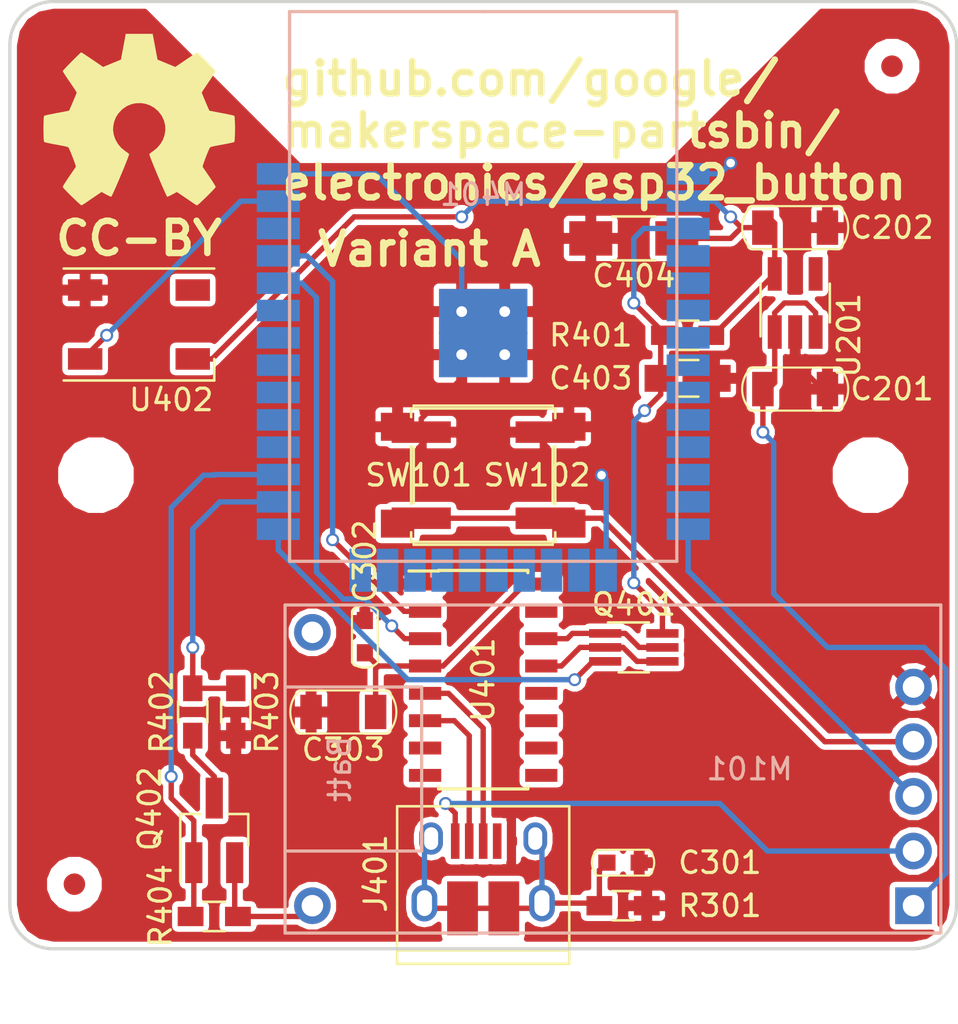
<source format=kicad_pcb>
(kicad_pcb (version 4) (host pcbnew 4.0.6)

  (general
    (links 68)
    (no_connects 0)
    (area 95.924999 51.924999 140.075001 96.075001)
    (thickness 1.6)
    (drawings 11)
    (tracks 177)
    (zones 0)
    (modules 27)
    (nets 22)
  )

  (page A4)
  (layers
    (0 F.Cu signal)
    (31 B.Cu signal)
    (32 B.Adhes user)
    (33 F.Adhes user)
    (34 B.Paste user)
    (35 F.Paste user)
    (36 B.SilkS user)
    (37 F.SilkS user)
    (38 B.Mask user)
    (39 F.Mask user)
    (40 Dwgs.User user)
    (41 Cmts.User user)
    (42 Eco1.User user)
    (43 Eco2.User user)
    (44 Edge.Cuts user)
    (45 Margin user)
    (46 B.CrtYd user)
    (47 F.CrtYd user)
    (48 B.Fab user)
    (49 F.Fab user)
  )

  (setup
    (last_trace_width 0.25)
    (trace_clearance 0.2)
    (zone_clearance 0.254)
    (zone_45_only yes)
    (trace_min 0.2)
    (segment_width 0.2)
    (edge_width 0.15)
    (via_size 0.6)
    (via_drill 0.4)
    (via_min_size 0.4)
    (via_min_drill 0.3)
    (uvia_size 0.3)
    (uvia_drill 0.1)
    (uvias_allowed no)
    (uvia_min_size 0.2)
    (uvia_min_drill 0.1)
    (pcb_text_width 0.3)
    (pcb_text_size 1.5 1.5)
    (mod_edge_width 0.15)
    (mod_text_size 1 1)
    (mod_text_width 0.15)
    (pad_size 1.524 1.524)
    (pad_drill 0.762)
    (pad_to_mask_clearance 0.2)
    (aux_axis_origin 96 52)
    (grid_origin 96 52)
    (visible_elements FFFFFF7F)
    (pcbplotparams
      (layerselection 0x00030_80000001)
      (usegerberextensions false)
      (excludeedgelayer true)
      (linewidth 0.100000)
      (plotframeref false)
      (viasonmask false)
      (mode 1)
      (useauxorigin false)
      (hpglpennumber 1)
      (hpglpenspeed 20)
      (hpglpendiameter 15)
      (hpglpenoverlay 2)
      (psnegative false)
      (psa4output false)
      (plotreference true)
      (plotvalue true)
      (plotinvisibletext false)
      (padsonsilk false)
      (subtractmaskfromsilk false)
      (outputformat 1)
      (mirror false)
      (drillshape 1)
      (scaleselection 1)
      (outputdirectory ""))
  )

  (net 0 "")
  (net 1 /power/5VIN)
  (net 2 GND)
  (net 3 /power/3V3OUT)
  (net 4 /esp_module/CHIP_PD)
  (net 5 /usb/USB5V)
  (net 6 "Net-(J401-Pad2)")
  (net 7 "Net-(J401-Pad3)")
  (net 8 /esp_module/KEEPALIVE)
  (net 9 "Net-(M101-Pad4)")
  (net 10 /esp_module/BATTV)
  (net 11 /esp_module/IO0)
  (net 12 "Net-(M401-Pad26)")
  (net 13 "Net-(M401-Pad27)")
  (net 14 /esp_module/RXD)
  (net 15 /esp_module/TXD)
  (net 16 "Net-(M401-Pad37)")
  (net 17 /usb/~RTS)
  (net 18 /usb/~DTR)
  (net 19 "Net-(Q402-Pad3)")
  (net 20 /usb/REGULATED_3V3)
  (net 21 "Net-(C301-Pad1)")

  (net_class Default "This is the default net class."
    (clearance 0.2)
    (trace_width 0.25)
    (via_dia 0.6)
    (via_drill 0.4)
    (uvia_dia 0.3)
    (uvia_drill 0.1)
    (add_net /esp_module/BATTV)
    (add_net /esp_module/CHIP_PD)
    (add_net /esp_module/IO0)
    (add_net /esp_module/KEEPALIVE)
    (add_net /esp_module/RXD)
    (add_net /esp_module/TXD)
    (add_net /power/3V3OUT)
    (add_net /power/5VIN)
    (add_net /usb/REGULATED_3V3)
    (add_net /usb/USB5V)
    (add_net /usb/~DTR)
    (add_net /usb/~RTS)
    (add_net GND)
    (add_net "Net-(C301-Pad1)")
    (add_net "Net-(J401-Pad2)")
    (add_net "Net-(J401-Pad3)")
    (add_net "Net-(M101-Pad4)")
    (add_net "Net-(M401-Pad26)")
    (add_net "Net-(M401-Pad27)")
    (add_net "Net-(M401-Pad37)")
    (add_net "Net-(Q402-Pad3)")
  )

  (module Stepup_Modules:STEPUP_SWITCH_V1 (layer B.Cu) (tedit 59E7C86C) (tstamp 59E7CE3A)
    (at 138 94 180)
    (path /59E7C9CA)
    (fp_text reference M101 (at 7.62 6.35 360) (layer B.SilkS)
      (effects (font (size 1 1) (thickness 0.15)) (justify mirror))
    )
    (fp_text value STEPUP_SWITCH_V1 (at 15.24 -2.54 180) (layer B.Fab)
      (effects (font (size 1 1) (thickness 0.15)) (justify mirror))
    )
    (fp_line (start 1.27 -1.27) (end 12.7 13.97) (layer B.Fab) (width 0.15))
    (fp_line (start 1.27 13.97) (end 12.7 -1.27) (layer B.Fab) (width 0.15))
    (fp_line (start 12.7 -1.27) (end 12.7 13.97) (layer B.Fab) (width 0.15))
    (fp_line (start 12.7 13.97) (end 1.27 13.97) (layer B.Fab) (width 0.15))
    (fp_line (start 1.27 13.97) (end 1.27 -1.27) (layer B.Fab) (width 0.15))
    (fp_line (start 1.27 -1.27) (end 12.7 -1.27) (layer B.Fab) (width 0.15))
    (fp_text user Batt (at 26.67 6.35 450) (layer B.SilkS)
      (effects (font (size 1 1) (thickness 0.15)) (justify mirror))
    )
    (fp_line (start 29.21 10.16) (end 22.86 10.16) (layer B.SilkS) (width 0.15))
    (fp_line (start 22.86 10.16) (end 22.86 2.54) (layer B.SilkS) (width 0.15))
    (fp_line (start 22.86 2.54) (end 29.21 2.54) (layer B.SilkS) (width 0.15))
    (fp_line (start -1.27 -1.27) (end 29.21 -1.27) (layer B.SilkS) (width 0.15))
    (fp_line (start 29.21 -1.27) (end 29.21 13.97) (layer B.SilkS) (width 0.15))
    (fp_line (start 29.21 13.97) (end -1.27 13.97) (layer B.SilkS) (width 0.15))
    (fp_line (start -1.27 13.97) (end -1.27 -1.27) (layer B.SilkS) (width 0.15))
    (pad 1 thru_hole rect (at 0 0 180) (size 1.7 1.7) (drill 1) (layers *.Cu *.Mask)
      (net 1 /power/5VIN))
    (pad 2 thru_hole circle (at 0 2.54 180) (size 1.7 1.7) (drill 1) (layers *.Cu *.Mask)
      (net 5 /usb/USB5V))
    (pad 3 thru_hole circle (at 0 5.08 180) (size 1.7 1.7) (drill 1) (layers *.Cu *.Mask)
      (net 8 /esp_module/KEEPALIVE))
    (pad 4 thru_hole circle (at 0 7.62 180) (size 1.7 1.7) (drill 1) (layers *.Cu *.Mask)
      (net 9 "Net-(M101-Pad4)"))
    (pad 5 thru_hole circle (at 0 10.16 180) (size 1.7 1.7) (drill 1) (layers *.Cu *.Mask)
      (net 2 GND))
    (pad 7 thru_hole circle (at 27.94 0 180) (size 1.7 1.7) (drill 1) (layers *.Cu *.Mask)
      (net 10 /esp_module/BATTV))
    (pad 8 thru_hole circle (at 27.94 12.7 180) (size 1.7 1.7) (drill 1) (layers *.Cu *.Mask))
  )

  (module Capacitors_SMD:C_0805_HandSoldering (layer F.Cu) (tedit 59E7F031) (tstamp 59E7CE0C)
    (at 127.5 69.5)
    (descr "Capacitor SMD 0805, hand soldering")
    (tags "capacitor 0805")
    (path /59E6A636/59E6A905)
    (attr smd)
    (fp_text reference C403 (at -4.5 0) (layer F.SilkS)
      (effects (font (size 1 1) (thickness 0.15)))
    )
    (fp_text value 1u (at 0 1.75) (layer F.Fab)
      (effects (font (size 1 1) (thickness 0.15)))
    )
    (fp_text user %R (at -4.5 0) (layer F.Fab)
      (effects (font (size 1 1) (thickness 0.15)))
    )
    (fp_line (start -1 0.62) (end -1 -0.62) (layer F.Fab) (width 0.1))
    (fp_line (start 1 0.62) (end -1 0.62) (layer F.Fab) (width 0.1))
    (fp_line (start 1 -0.62) (end 1 0.62) (layer F.Fab) (width 0.1))
    (fp_line (start -1 -0.62) (end 1 -0.62) (layer F.Fab) (width 0.1))
    (fp_line (start 0.5 -0.85) (end -0.5 -0.85) (layer F.SilkS) (width 0.12))
    (fp_line (start -0.5 0.85) (end 0.5 0.85) (layer F.SilkS) (width 0.12))
    (fp_line (start -2.25 -0.88) (end 2.25 -0.88) (layer F.CrtYd) (width 0.05))
    (fp_line (start -2.25 -0.88) (end -2.25 0.87) (layer F.CrtYd) (width 0.05))
    (fp_line (start 2.25 0.87) (end 2.25 -0.88) (layer F.CrtYd) (width 0.05))
    (fp_line (start 2.25 0.87) (end -2.25 0.87) (layer F.CrtYd) (width 0.05))
    (pad 1 smd rect (at -1.25 0) (size 1.5 1.25) (layers F.Cu F.Paste F.Mask)
      (net 4 /esp_module/CHIP_PD))
    (pad 2 smd rect (at 1.25 0) (size 1.5 1.25) (layers F.Cu F.Paste F.Mask)
      (net 2 GND))
    (model Capacitors_SMD.3dshapes/C_0805.wrl
      (at (xyz 0 0 0))
      (scale (xyz 1 1 1))
      (rotate (xyz 0 0 0))
    )
  )

  (module Capacitors_SMD:C_1206_HandSoldering (layer F.Cu) (tedit 58AA84D1) (tstamp 59E7CE12)
    (at 125 63 180)
    (descr "Capacitor SMD 1206, hand soldering")
    (tags "capacitor 1206")
    (path /59E6A636/59E6A7D2)
    (attr smd)
    (fp_text reference C404 (at 0 -1.75 180) (layer F.SilkS)
      (effects (font (size 1 1) (thickness 0.15)))
    )
    (fp_text value 47u (at 0 2 180) (layer F.Fab)
      (effects (font (size 1 1) (thickness 0.15)))
    )
    (fp_text user %R (at 0 -1.75 180) (layer F.Fab)
      (effects (font (size 1 1) (thickness 0.15)))
    )
    (fp_line (start -1.6 0.8) (end -1.6 -0.8) (layer F.Fab) (width 0.1))
    (fp_line (start 1.6 0.8) (end -1.6 0.8) (layer F.Fab) (width 0.1))
    (fp_line (start 1.6 -0.8) (end 1.6 0.8) (layer F.Fab) (width 0.1))
    (fp_line (start -1.6 -0.8) (end 1.6 -0.8) (layer F.Fab) (width 0.1))
    (fp_line (start 1 -1.02) (end -1 -1.02) (layer F.SilkS) (width 0.12))
    (fp_line (start -1 1.02) (end 1 1.02) (layer F.SilkS) (width 0.12))
    (fp_line (start -3.25 -1.05) (end 3.25 -1.05) (layer F.CrtYd) (width 0.05))
    (fp_line (start -3.25 -1.05) (end -3.25 1.05) (layer F.CrtYd) (width 0.05))
    (fp_line (start 3.25 1.05) (end 3.25 -1.05) (layer F.CrtYd) (width 0.05))
    (fp_line (start 3.25 1.05) (end -3.25 1.05) (layer F.CrtYd) (width 0.05))
    (pad 1 smd rect (at -2 0 180) (size 2 1.6) (layers F.Cu F.Paste F.Mask)
      (net 3 /power/3V3OUT))
    (pad 2 smd rect (at 2 0 180) (size 2 1.6) (layers F.Cu F.Paste F.Mask)
      (net 2 GND))
    (model Capacitors_SMD.3dshapes/C_1206.wrl
      (at (xyz 0 0 0))
      (scale (xyz 1 1 1))
      (rotate (xyz 0 0 0))
    )
  )

  (module ESP32:WROOM32 (layer B.Cu) (tedit 59E662BE) (tstamp 59E7CE68)
    (at 118 60 180)
    (path /59E6A636/59E6A705)
    (fp_text reference M401 (at 0 -0.965 180) (layer B.SilkS)
      (effects (font (size 1 1) (thickness 0.15)) (justify mirror))
    )
    (fp_text value WROOM32 (at 0 -3.465 180) (layer B.Fab)
      (effects (font (size 1 1) (thickness 0.15)) (justify mirror))
    )
    (fp_line (start 9 7.535) (end -9 0.635) (layer B.Fab) (width 0.15))
    (fp_line (start -9 7.535) (end 9 0.635) (layer B.Fab) (width 0.15))
    (fp_line (start -9 0.635) (end 9 0.635) (layer B.Fab) (width 0.15))
    (fp_text user "NO COPPER" (at 0 1.635 180) (layer B.Fab)
      (effects (font (size 1 1) (thickness 0.15)) (justify mirror))
    )
    (fp_line (start 9 -18) (end -9 -18) (layer B.SilkS) (width 0.15))
    (fp_line (start -9 -18) (end -9 7.535) (layer B.SilkS) (width 0.15))
    (fp_line (start 9 0.635) (end 9 -18) (layer B.SilkS) (width 0.15))
    (fp_line (start 9 -17.865) (end 9 -17.965) (layer B.SilkS) (width 0.15))
    (fp_line (start 0 7.535) (end 9 7.535) (layer B.SilkS) (width 0.15))
    (fp_line (start 9 7.535) (end 9 0.635) (layer B.SilkS) (width 0.15))
    (fp_line (start -9 7.535) (end 0 7.535) (layer B.SilkS) (width 0.15))
    (pad 1 smd rect (at -9.525 0 180) (size 2 1) (layers B.Cu B.Paste B.Mask)
      (net 2 GND))
    (pad 2 smd rect (at -9.525 -1.27 180) (size 2 1) (layers B.Cu B.Paste B.Mask)
      (net 3 /power/3V3OUT))
    (pad 3 smd rect (at -9.525 -2.54 180) (size 2 1) (layers B.Cu B.Paste B.Mask)
      (net 4 /esp_module/CHIP_PD))
    (pad 4 smd rect (at -9.525 -3.81 180) (size 2 1) (layers B.Cu B.Paste B.Mask))
    (pad 5 smd rect (at -9.525 -5.08 180) (size 2 1) (layers B.Cu B.Paste B.Mask))
    (pad 6 smd rect (at -9.525 -6.35 180) (size 2 1) (layers B.Cu B.Paste B.Mask))
    (pad 7 smd rect (at -9.525 -7.62 180) (size 2 1) (layers B.Cu B.Paste B.Mask))
    (pad 8 smd rect (at -9.525 -8.89 180) (size 2 1) (layers B.Cu B.Paste B.Mask))
    (pad 9 smd rect (at -9.525 -10.16 180) (size 2 1) (layers B.Cu B.Paste B.Mask))
    (pad 10 smd rect (at -9.525 -11.43 180) (size 2 1) (layers B.Cu B.Paste B.Mask))
    (pad 11 smd rect (at -9.525 -12.7 180) (size 2 1) (layers B.Cu B.Paste B.Mask))
    (pad 12 smd rect (at -9.525 -13.97 180) (size 2 1) (layers B.Cu B.Paste B.Mask))
    (pad 13 smd rect (at -9.525 -15.24 180) (size 2 1) (layers B.Cu B.Paste B.Mask))
    (pad 14 smd rect (at -9.525 -16.51 180) (size 2 1) (layers B.Cu B.Paste B.Mask)
      (net 8 /esp_module/KEEPALIVE))
    (pad 15 smd rect (at -5.715 -18.415 180) (size 1 2) (layers B.Cu B.Paste B.Mask)
      (net 2 GND))
    (pad 16 smd rect (at -4.445 -18.415 180) (size 1 2) (layers B.Cu B.Paste B.Mask))
    (pad 17 smd rect (at -3.175 -18.415 180) (size 1 2) (layers B.Cu B.Paste B.Mask))
    (pad 18 smd rect (at -1.905 -18.415 180) (size 1 2) (layers B.Cu B.Paste B.Mask))
    (pad 19 smd rect (at -0.635 -18.415 180) (size 1 2) (layers B.Cu B.Paste B.Mask))
    (pad 20 smd rect (at 0.635 -18.415 180) (size 1 2) (layers B.Cu B.Paste B.Mask))
    (pad 21 smd rect (at 1.905 -18.415 180) (size 1 2) (layers B.Cu B.Paste B.Mask))
    (pad 22 smd rect (at 3.175 -18.415 180) (size 1 2) (layers B.Cu B.Paste B.Mask))
    (pad 23 smd rect (at 4.445 -18.415 180) (size 1 2) (layers B.Cu B.Paste B.Mask))
    (pad 24 smd rect (at 5.715 -18.415 180) (size 1 2) (layers B.Cu B.Paste B.Mask))
    (pad 25 smd rect (at 9.525 -16.51 180) (size 2 1) (layers B.Cu B.Paste B.Mask)
      (net 11 /esp_module/IO0))
    (pad 26 smd rect (at 9.525 -15.24 180) (size 2 1) (layers B.Cu B.Paste B.Mask)
      (net 12 "Net-(M401-Pad26)"))
    (pad 27 smd rect (at 9.525 -13.97 180) (size 2 1) (layers B.Cu B.Paste B.Mask)
      (net 13 "Net-(M401-Pad27)"))
    (pad 28 smd rect (at 9.525 -12.7 180) (size 2 1) (layers B.Cu B.Paste B.Mask))
    (pad 29 smd rect (at 9.525 -11.43 180) (size 2 1) (layers B.Cu B.Paste B.Mask))
    (pad 30 smd rect (at 9.525 -10.16 180) (size 2 1) (layers B.Cu B.Paste B.Mask))
    (pad 31 smd rect (at 9.525 -8.89 180) (size 2 1) (layers B.Cu B.Paste B.Mask))
    (pad 32 smd rect (at 9.525 -7.62 180) (size 2 1) (layers B.Cu B.Paste B.Mask))
    (pad 33 smd rect (at 9.525 -6.35 180) (size 2 1) (layers B.Cu B.Paste B.Mask))
    (pad 34 smd rect (at 9.525 -5.08 180) (size 2 1) (layers B.Cu B.Paste B.Mask)
      (net 14 /esp_module/RXD))
    (pad 35 smd rect (at 9.525 -3.81 180) (size 2 1) (layers B.Cu B.Paste B.Mask)
      (net 15 /esp_module/TXD))
    (pad 36 smd rect (at 9.525 -2.54 180) (size 2 1) (layers B.Cu B.Paste B.Mask))
    (pad 37 smd rect (at 9.525 -1.27 180) (size 2 1) (layers B.Cu B.Paste B.Mask)
      (net 16 "Net-(M401-Pad37)"))
    (pad 38 smd rect (at 9.525 0 180) (size 2 1) (layers B.Cu B.Paste B.Mask)
      (net 2 GND))
    (pad 39 thru_hole rect (at -1 -6.4 180) (size 2.1 2.1) (drill 0.5) (layers *.Cu *.Mask)
      (net 2 GND))
    (pad 39 thru_hole rect (at 1 -6.4 180) (size 2.1 2.1) (drill 0.5) (layers *.Cu *.Mask)
      (net 2 GND))
    (pad 39 thru_hole rect (at -1 -8.4 180) (size 2.1 2.1) (drill 0.5) (layers *.Cu *.Mask)
      (net 2 GND))
    (pad 39 thru_hole rect (at 1 -8.4 180) (size 2.1 2.1) (drill 0.5) (layers *.Cu *.Mask)
      (net 2 GND))
  )

  (module Symbols:OSHW-Symbol_8.9x8mm_SilkScreen (layer F.Cu) (tedit 0) (tstamp 59E7CE76)
    (at 102 57.5)
    (descr "Open Source Hardware Symbol")
    (tags "Logo Symbol OSHW")
    (path /59E6F41D)
    (attr virtual)
    (fp_text reference P103 (at 0 0) (layer F.SilkS) hide
      (effects (font (size 1 1) (thickness 0.15)))
    )
    (fp_text value OSHW (at 0.75 0) (layer F.Fab) hide
      (effects (font (size 1 1) (thickness 0.15)))
    )
    (fp_poly (pts (xy 0.746536 -3.399573) (xy 0.859118 -2.802382) (xy 1.274531 -2.631135) (xy 1.689945 -2.459888)
      (xy 2.188302 -2.798767) (xy 2.327869 -2.893123) (xy 2.454029 -2.97737) (xy 2.560896 -3.047662)
      (xy 2.642583 -3.100153) (xy 2.693202 -3.130996) (xy 2.706987 -3.137647) (xy 2.731821 -3.120542)
      (xy 2.784889 -3.073256) (xy 2.860241 -3.001828) (xy 2.95193 -2.9123) (xy 3.054008 -2.810711)
      (xy 3.160527 -2.703102) (xy 3.265537 -2.595513) (xy 3.363092 -2.493985) (xy 3.447243 -2.404559)
      (xy 3.512041 -2.333274) (xy 3.551538 -2.286172) (xy 3.560981 -2.270408) (xy 3.547392 -2.241347)
      (xy 3.509294 -2.177679) (xy 3.450694 -2.085633) (xy 3.375598 -1.971436) (xy 3.288009 -1.841316)
      (xy 3.237255 -1.767099) (xy 3.144746 -1.631578) (xy 3.062541 -1.509284) (xy 2.994631 -1.406305)
      (xy 2.945001 -1.328727) (xy 2.917641 -1.282639) (xy 2.91353 -1.272953) (xy 2.92285 -1.245426)
      (xy 2.948255 -1.181272) (xy 2.985912 -1.08951) (xy 3.031987 -0.979161) (xy 3.082647 -0.859245)
      (xy 3.13406 -0.738781) (xy 3.18239 -0.626791) (xy 3.223807 -0.532293) (xy 3.254475 -0.464308)
      (xy 3.270562 -0.431857) (xy 3.271512 -0.43058) (xy 3.296773 -0.424383) (xy 3.364046 -0.41056)
      (xy 3.466361 -0.390468) (xy 3.596742 -0.365466) (xy 3.748217 -0.336914) (xy 3.836594 -0.320449)
      (xy 3.998453 -0.289631) (xy 4.14465 -0.260306) (xy 4.267788 -0.234079) (xy 4.36047 -0.212554)
      (xy 4.415302 -0.197335) (xy 4.426324 -0.192507) (xy 4.437119 -0.159826) (xy 4.44583 -0.086015)
      (xy 4.452461 0.020292) (xy 4.457019 0.150467) (xy 4.45951 0.295876) (xy 4.459939 0.44789)
      (xy 4.458312 0.597877) (xy 4.454636 0.737206) (xy 4.448916 0.857245) (xy 4.441158 0.949365)
      (xy 4.431369 1.004932) (xy 4.425497 1.0165) (xy 4.3904 1.030365) (xy 4.316029 1.050188)
      (xy 4.212224 1.073639) (xy 4.08882 1.098391) (xy 4.045742 1.106398) (xy 3.838048 1.144441)
      (xy 3.673985 1.175079) (xy 3.548131 1.199529) (xy 3.455066 1.219009) (xy 3.389368 1.234736)
      (xy 3.345618 1.247928) (xy 3.318393 1.259804) (xy 3.302273 1.27158) (xy 3.300018 1.273908)
      (xy 3.277504 1.3114) (xy 3.243159 1.384365) (xy 3.200412 1.483867) (xy 3.152693 1.600973)
      (xy 3.103431 1.726748) (xy 3.056056 1.852257) (xy 3.013996 1.968565) (xy 2.980681 2.066739)
      (xy 2.959542 2.137843) (xy 2.954006 2.172942) (xy 2.954467 2.174172) (xy 2.973224 2.202861)
      (xy 3.015777 2.265985) (xy 3.077654 2.356973) (xy 3.154383 2.469255) (xy 3.241492 2.59626)
      (xy 3.266299 2.632353) (xy 3.354753 2.763203) (xy 3.432589 2.882591) (xy 3.495567 2.983662)
      (xy 3.539446 3.059559) (xy 3.559986 3.103427) (xy 3.560981 3.108817) (xy 3.543723 3.137144)
      (xy 3.496036 3.193261) (xy 3.424051 3.271137) (xy 3.333898 3.36474) (xy 3.231706 3.468041)
      (xy 3.123606 3.575006) (xy 3.015729 3.679606) (xy 2.914205 3.775809) (xy 2.825163 3.857584)
      (xy 2.754734 3.9189) (xy 2.709048 3.953726) (xy 2.69641 3.959412) (xy 2.666992 3.94602)
      (xy 2.606762 3.909899) (xy 2.52553 3.857136) (xy 2.463031 3.814667) (xy 2.349786 3.73674)
      (xy 2.215675 3.644984) (xy 2.081156 3.553375) (xy 2.008834 3.504346) (xy 1.764039 3.33877)
      (xy 1.558551 3.449875) (xy 1.464937 3.498548) (xy 1.385331 3.536381) (xy 1.331468 3.557958)
      (xy 1.317758 3.560961) (xy 1.301271 3.538793) (xy 1.268746 3.476149) (xy 1.222609 3.378809)
      (xy 1.165291 3.252549) (xy 1.099217 3.10315) (xy 1.026816 2.936388) (xy 0.950517 2.758042)
      (xy 0.872747 2.573891) (xy 0.795935 2.389712) (xy 0.722507 2.211285) (xy 0.654893 2.044387)
      (xy 0.595521 1.894797) (xy 0.546817 1.768293) (xy 0.511211 1.670654) (xy 0.491131 1.607657)
      (xy 0.487901 1.586021) (xy 0.513497 1.558424) (xy 0.569539 1.513625) (xy 0.644312 1.460934)
      (xy 0.650588 1.456765) (xy 0.843846 1.302069) (xy 0.999675 1.121591) (xy 1.116725 0.921102)
      (xy 1.193646 0.706374) (xy 1.229087 0.483177) (xy 1.221698 0.257281) (xy 1.170128 0.034459)
      (xy 1.073027 -0.179521) (xy 1.044459 -0.226336) (xy 0.895869 -0.415382) (xy 0.720328 -0.567188)
      (xy 0.523911 -0.680966) (xy 0.312694 -0.755925) (xy 0.092754 -0.791278) (xy -0.129836 -0.786233)
      (xy -0.348998 -0.740001) (xy -0.558657 -0.651794) (xy -0.752738 -0.520821) (xy -0.812773 -0.467663)
      (xy -0.965564 -0.301261) (xy -1.076902 -0.126088) (xy -1.153276 0.070266) (xy -1.195812 0.264717)
      (xy -1.206313 0.483342) (xy -1.171299 0.703052) (xy -1.094326 0.91642) (xy -0.978952 1.116022)
      (xy -0.828734 1.294429) (xy -0.647226 1.444217) (xy -0.623372 1.460006) (xy -0.547798 1.511712)
      (xy -0.490348 1.556512) (xy -0.462882 1.585117) (xy -0.462482 1.586021) (xy -0.468379 1.616964)
      (xy -0.491754 1.687191) (xy -0.530178 1.790925) (xy -0.581222 1.92239) (xy -0.642457 2.075807)
      (xy -0.711455 2.245401) (xy -0.785786 2.425393) (xy -0.863021 2.610008) (xy -0.940731 2.793468)
      (xy -1.016488 2.969996) (xy -1.087862 3.133814) (xy -1.152425 3.279147) (xy -1.207747 3.400217)
      (xy -1.251399 3.491247) (xy -1.280953 3.54646) (xy -1.292855 3.560961) (xy -1.329222 3.549669)
      (xy -1.397269 3.519385) (xy -1.485263 3.47552) (xy -1.533649 3.449875) (xy -1.739136 3.33877)
      (xy -1.983931 3.504346) (xy -2.108893 3.58917) (xy -2.245704 3.682516) (xy -2.373911 3.770408)
      (xy -2.438128 3.814667) (xy -2.528448 3.875318) (xy -2.604928 3.923381) (xy -2.657592 3.95277)
      (xy -2.674697 3.958982) (xy -2.699594 3.942223) (xy -2.754694 3.895436) (xy -2.834656 3.82348)
      (xy -2.934139 3.731212) (xy -3.047799 3.62349) (xy -3.119684 3.554326) (xy -3.245448 3.430757)
      (xy -3.354136 3.320234) (xy -3.441354 3.227485) (xy -3.50271 3.157237) (xy -3.533808 3.11422)
      (xy -3.536791 3.10549) (xy -3.522946 3.072284) (xy -3.484687 3.005142) (xy -3.426258 2.910863)
      (xy -3.351902 2.796245) (xy -3.265864 2.668083) (xy -3.241397 2.632353) (xy -3.152245 2.502489)
      (xy -3.072261 2.385569) (xy -3.005919 2.288162) (xy -2.957688 2.216839) (xy -2.932042 2.17817)
      (xy -2.929564 2.174172) (xy -2.93327 2.143355) (xy -2.952938 2.075599) (xy -2.985139 1.979839)
      (xy -3.026444 1.865009) (xy -3.073424 1.740044) (xy -3.12265 1.613879) (xy -3.170691 1.495448)
      (xy -3.214118 1.393685) (xy -3.249503 1.317526) (xy -3.273415 1.275904) (xy -3.275115 1.273908)
      (xy -3.289737 1.262013) (xy -3.314434 1.25025) (xy -3.354627 1.237401) (xy -3.415736 1.222249)
      (xy -3.503182 1.203576) (xy -3.622387 1.180165) (xy -3.778772 1.150797) (xy -3.977756 1.114255)
      (xy -4.020839 1.106398) (xy -4.148529 1.081727) (xy -4.259846 1.057593) (xy -4.344954 1.036324)
      (xy -4.394016 1.020248) (xy -4.400594 1.0165) (xy -4.411435 0.983273) (xy -4.420246 0.909021)
      (xy -4.427023 0.802376) (xy -4.431759 0.671967) (xy -4.434449 0.526427) (xy -4.435086 0.374386)
      (xy -4.433665 0.224476) (xy -4.430179 0.085328) (xy -4.424623 -0.034428) (xy -4.416991 -0.126159)
      (xy -4.407277 -0.181234) (xy -4.401421 -0.192507) (xy -4.368819 -0.203877) (xy -4.294581 -0.222376)
      (xy -4.186103 -0.246398) (xy -4.050782 -0.274338) (xy -3.896014 -0.304592) (xy -3.811692 -0.320449)
      (xy -3.651703 -0.350356) (xy -3.509032 -0.37745) (xy -3.390651 -0.400369) (xy -3.303534 -0.417757)
      (xy -3.254654 -0.428253) (xy -3.246609 -0.43058) (xy -3.233012 -0.456814) (xy -3.20427 -0.520005)
      (xy -3.164214 -0.611123) (xy -3.116675 -0.721143) (xy -3.065484 -0.841035) (xy -3.014473 -0.961773)
      (xy -2.967473 -1.074329) (xy -2.928315 -1.169674) (xy -2.90083 -1.238783) (xy -2.88885 -1.272626)
      (xy -2.888627 -1.274105) (xy -2.902208 -1.300803) (xy -2.940284 -1.36224) (xy -2.998852 -1.452311)
      (xy -3.073911 -1.56491) (xy -3.161459 -1.69393) (xy -3.212352 -1.768039) (xy -3.30509 -1.903923)
      (xy -3.387458 -2.027291) (xy -3.455438 -2.131903) (xy -3.505011 -2.211517) (xy -3.532157 -2.259893)
      (xy -3.536078 -2.270738) (xy -3.519224 -2.29598) (xy -3.472631 -2.349876) (xy -3.402251 -2.426387)
      (xy -3.314034 -2.519477) (xy -3.213934 -2.623105) (xy -3.107901 -2.731236) (xy -3.001888 -2.83783)
      (xy -2.901847 -2.93685) (xy -2.813729 -3.022258) (xy -2.743486 -3.088015) (xy -2.697071 -3.128084)
      (xy -2.681543 -3.137647) (xy -2.65626 -3.1242) (xy -2.595788 -3.086425) (xy -2.506007 -3.028165)
      (xy -2.392796 -2.953266) (xy -2.262036 -2.865575) (xy -2.1634 -2.798767) (xy -1.665042 -2.459888)
      (xy -1.249629 -2.631135) (xy -0.834215 -2.802382) (xy -0.721633 -3.399573) (xy -0.60905 -3.996765)
      (xy 0.633953 -3.996765) (xy 0.746536 -3.399573)) (layer F.SilkS) (width 0.01))
  )

  (module Mounting_Holes:MountingHole_3mm (layer F.Cu) (tedit 59E7EC9C) (tstamp 59E7CE7B)
    (at 136 74)
    (descr "Mounting Hole 3mm, no annular")
    (tags "mounting hole 3mm no annular")
    (path /59E6F519)
    (fp_text reference P104 (at 1 -4.5) (layer F.SilkS) hide
      (effects (font (size 1 1) (thickness 0.15)))
    )
    (fp_text value HOLE (at 0 4) (layer F.Fab)
      (effects (font (size 1 1) (thickness 0.15)))
    )
    (fp_circle (center 0 0) (end 3 0) (layer Cmts.User) (width 0.15))
    (fp_circle (center 0 0) (end 3.25 0) (layer F.CrtYd) (width 0.05))
    (pad 1 np_thru_hole circle (at 0 0) (size 3 3) (drill 3) (layers *.Cu *.Mask))
  )

  (module Mounting_Holes:MountingHole_3mm (layer F.Cu) (tedit 59E7ECA3) (tstamp 59E7CE80)
    (at 100 74)
    (descr "Mounting Hole 3mm, no annular")
    (tags "mounting hole 3mm no annular")
    (path /59E6FAED)
    (fp_text reference P105 (at 0 -4) (layer F.SilkS) hide
      (effects (font (size 1 1) (thickness 0.15)))
    )
    (fp_text value HOLE (at 0 4) (layer F.Fab)
      (effects (font (size 1 1) (thickness 0.15)))
    )
    (fp_circle (center 0 0) (end 3 0) (layer Cmts.User) (width 0.15))
    (fp_circle (center 0 0) (end 3.25 0) (layer F.CrtYd) (width 0.05))
    (pad 1 np_thru_hole circle (at 0 0) (size 3 3) (drill 3) (layers *.Cu *.Mask))
  )

  (module TO_SOT_Packages_SMD:SOT-363_SC-70-6_Handsoldering (layer F.Cu) (tedit 58CE4E7F) (tstamp 59E7CE8A)
    (at 125 82)
    (descr "SOT-363, SC-70-6, Handsoldering")
    (tags "SOT-363 SC-70-6 Handsoldering")
    (path /59E66ED4/59E68974)
    (attr smd)
    (fp_text reference Q401 (at 0 -2) (layer F.SilkS)
      (effects (font (size 1 1) (thickness 0.15)))
    )
    (fp_text value UMH3N (at 0 2 180) (layer F.Fab)
      (effects (font (size 1 1) (thickness 0.15)))
    )
    (fp_text user %R (at 0 0) (layer F.Fab)
      (effects (font (size 0.5 0.5) (thickness 0.075)))
    )
    (fp_line (start -2.4 1.4) (end 2.4 1.4) (layer F.CrtYd) (width 0.05))
    (fp_line (start 0.7 -1.16) (end -1.2 -1.16) (layer F.SilkS) (width 0.12))
    (fp_line (start -0.7 1.16) (end 0.7 1.16) (layer F.SilkS) (width 0.12))
    (fp_line (start 2.4 1.4) (end 2.4 -1.4) (layer F.CrtYd) (width 0.05))
    (fp_line (start -2.4 -1.4) (end -2.4 1.4) (layer F.CrtYd) (width 0.05))
    (fp_line (start -2.4 -1.4) (end 2.4 -1.4) (layer F.CrtYd) (width 0.05))
    (fp_line (start 0.675 -1.1) (end -0.175 -1.1) (layer F.Fab) (width 0.1))
    (fp_line (start -0.675 -0.6) (end -0.675 1.1) (layer F.Fab) (width 0.1))
    (fp_line (start 0.675 -1.1) (end 0.675 1.1) (layer F.Fab) (width 0.1))
    (fp_line (start 0.675 1.1) (end -0.675 1.1) (layer F.Fab) (width 0.1))
    (fp_line (start -0.175 -1.1) (end -0.675 -0.6) (layer F.Fab) (width 0.1))
    (pad 1 smd rect (at -1.33 -0.65) (size 1.5 0.4) (layers F.Cu F.Paste F.Mask)
      (net 17 /usb/~RTS))
    (pad 2 smd rect (at -1.33 0) (size 1.5 0.4) (layers F.Cu F.Paste F.Mask)
      (net 18 /usb/~DTR))
    (pad 3 smd rect (at -1.33 0.65) (size 1.5 0.4) (layers F.Cu F.Paste F.Mask)
      (net 11 /esp_module/IO0))
    (pad 4 smd rect (at 1.33 0.65) (size 1.5 0.4) (layers F.Cu F.Paste F.Mask)
      (net 18 /usb/~DTR))
    (pad 5 smd rect (at 1.33 0) (size 1.5 0.4) (layers F.Cu F.Paste F.Mask)
      (net 17 /usb/~RTS))
    (pad 6 smd rect (at 1.33 -0.65) (size 1.5 0.4) (layers F.Cu F.Paste F.Mask)
      (net 4 /esp_module/CHIP_PD))
    (model ${KISYS3DMOD}/TO_SOT_Packages_SMD.3dshapes/SOT-363_SC-70-6.wrl
      (at (xyz 0 0 0))
      (scale (xyz 1 1 1))
      (rotate (xyz 0 0 0))
    )
  )

  (module TO_SOT_Packages_SMD:SOT-23_Handsoldering (layer F.Cu) (tedit 59E7F110) (tstamp 59E7CE91)
    (at 105.5 90.5 90)
    (descr "SOT-23, Handsoldering")
    (tags SOT-23)
    (path /59E6A636/59E703AF)
    (attr smd)
    (fp_text reference Q402 (at 1 -3 90) (layer F.SilkS)
      (effects (font (size 1 1) (thickness 0.15)))
    )
    (fp_text value AO3401 (at 0 2.5 90) (layer F.Fab)
      (effects (font (size 1 1) (thickness 0.15)))
    )
    (fp_text user %R (at 0 0 90) (layer F.Fab)
      (effects (font (size 0.5 0.5) (thickness 0.075)))
    )
    (fp_line (start 0.76 1.58) (end 0.76 0.65) (layer F.SilkS) (width 0.12))
    (fp_line (start 0.76 -1.58) (end 0.76 -0.65) (layer F.SilkS) (width 0.12))
    (fp_line (start -2.7 -1.75) (end 2.7 -1.75) (layer F.CrtYd) (width 0.05))
    (fp_line (start 2.7 -1.75) (end 2.7 1.75) (layer F.CrtYd) (width 0.05))
    (fp_line (start 2.7 1.75) (end -2.7 1.75) (layer F.CrtYd) (width 0.05))
    (fp_line (start -2.7 1.75) (end -2.7 -1.75) (layer F.CrtYd) (width 0.05))
    (fp_line (start 0.76 -1.58) (end -2.4 -1.58) (layer F.SilkS) (width 0.12))
    (fp_line (start -0.7 -0.95) (end -0.7 1.5) (layer F.Fab) (width 0.1))
    (fp_line (start -0.15 -1.52) (end 0.7 -1.52) (layer F.Fab) (width 0.1))
    (fp_line (start -0.7 -0.95) (end -0.15 -1.52) (layer F.Fab) (width 0.1))
    (fp_line (start 0.7 -1.52) (end 0.7 1.52) (layer F.Fab) (width 0.1))
    (fp_line (start -0.7 1.52) (end 0.7 1.52) (layer F.Fab) (width 0.1))
    (fp_line (start 0.76 1.58) (end -0.7 1.58) (layer F.SilkS) (width 0.12))
    (pad 1 smd rect (at -1.5 -0.95 90) (size 1.9 0.8) (layers F.Cu F.Paste F.Mask)
      (net 13 "Net-(M401-Pad27)"))
    (pad 2 smd rect (at -1.5 0.95 90) (size 1.9 0.8) (layers F.Cu F.Paste F.Mask)
      (net 10 /esp_module/BATTV))
    (pad 3 smd rect (at 1.5 0 90) (size 1.9 0.8) (layers F.Cu F.Paste F.Mask)
      (net 19 "Net-(Q402-Pad3)"))
    (model ${KISYS3DMOD}/TO_SOT_Packages_SMD.3dshapes\SOT-23.wrl
      (at (xyz 0 0 0))
      (scale (xyz 1 1 1))
      (rotate (xyz 0 0 0))
    )
  )

  (module Resistors_SMD:R_0603_HandSoldering (layer F.Cu) (tedit 59E7F027) (tstamp 59E7CE97)
    (at 127.5 67.5 180)
    (descr "Resistor SMD 0603, hand soldering")
    (tags "resistor 0603")
    (path /59E6A636/59E6A875)
    (attr smd)
    (fp_text reference R401 (at 4.5 0 180) (layer F.SilkS)
      (effects (font (size 1 1) (thickness 0.15)))
    )
    (fp_text value 10k (at 0 1.55 180) (layer F.Fab)
      (effects (font (size 1 1) (thickness 0.15)))
    )
    (fp_text user %R (at 0 0 180) (layer F.Fab)
      (effects (font (size 0.5 0.5) (thickness 0.075)))
    )
    (fp_line (start -0.8 0.4) (end -0.8 -0.4) (layer F.Fab) (width 0.1))
    (fp_line (start 0.8 0.4) (end -0.8 0.4) (layer F.Fab) (width 0.1))
    (fp_line (start 0.8 -0.4) (end 0.8 0.4) (layer F.Fab) (width 0.1))
    (fp_line (start -0.8 -0.4) (end 0.8 -0.4) (layer F.Fab) (width 0.1))
    (fp_line (start 0.5 0.68) (end -0.5 0.68) (layer F.SilkS) (width 0.12))
    (fp_line (start -0.5 -0.68) (end 0.5 -0.68) (layer F.SilkS) (width 0.12))
    (fp_line (start -1.96 -0.7) (end 1.95 -0.7) (layer F.CrtYd) (width 0.05))
    (fp_line (start -1.96 -0.7) (end -1.96 0.7) (layer F.CrtYd) (width 0.05))
    (fp_line (start 1.95 0.7) (end 1.95 -0.7) (layer F.CrtYd) (width 0.05))
    (fp_line (start 1.95 0.7) (end -1.96 0.7) (layer F.CrtYd) (width 0.05))
    (pad 1 smd rect (at -1.1 0 180) (size 1.2 0.9) (layers F.Cu F.Paste F.Mask)
      (net 3 /power/3V3OUT))
    (pad 2 smd rect (at 1.1 0 180) (size 1.2 0.9) (layers F.Cu F.Paste F.Mask)
      (net 4 /esp_module/CHIP_PD))
    (model ${KISYS3DMOD}/Resistors_SMD.3dshapes/R_0603.wrl
      (at (xyz 0 0 0))
      (scale (xyz 1 1 1))
      (rotate (xyz 0 0 0))
    )
  )

  (module Resistors_SMD:R_0603_HandSoldering (layer F.Cu) (tedit 58E0A804) (tstamp 59E7CE9D)
    (at 104.5 85 90)
    (descr "Resistor SMD 0603, hand soldering")
    (tags "resistor 0603")
    (path /59E6A636/59E6EB66)
    (attr smd)
    (fp_text reference R402 (at 0 -1.45 90) (layer F.SilkS)
      (effects (font (size 1 1) (thickness 0.15)))
    )
    (fp_text value 10k (at 0 1.55 90) (layer F.Fab)
      (effects (font (size 1 1) (thickness 0.15)))
    )
    (fp_text user %R (at 0 0 90) (layer F.Fab)
      (effects (font (size 0.5 0.5) (thickness 0.075)))
    )
    (fp_line (start -0.8 0.4) (end -0.8 -0.4) (layer F.Fab) (width 0.1))
    (fp_line (start 0.8 0.4) (end -0.8 0.4) (layer F.Fab) (width 0.1))
    (fp_line (start 0.8 -0.4) (end 0.8 0.4) (layer F.Fab) (width 0.1))
    (fp_line (start -0.8 -0.4) (end 0.8 -0.4) (layer F.Fab) (width 0.1))
    (fp_line (start 0.5 0.68) (end -0.5 0.68) (layer F.SilkS) (width 0.12))
    (fp_line (start -0.5 -0.68) (end 0.5 -0.68) (layer F.SilkS) (width 0.12))
    (fp_line (start -1.96 -0.7) (end 1.95 -0.7) (layer F.CrtYd) (width 0.05))
    (fp_line (start -1.96 -0.7) (end -1.96 0.7) (layer F.CrtYd) (width 0.05))
    (fp_line (start 1.95 0.7) (end 1.95 -0.7) (layer F.CrtYd) (width 0.05))
    (fp_line (start 1.95 0.7) (end -1.96 0.7) (layer F.CrtYd) (width 0.05))
    (pad 1 smd rect (at -1.1 0 90) (size 1.2 0.9) (layers F.Cu F.Paste F.Mask)
      (net 19 "Net-(Q402-Pad3)"))
    (pad 2 smd rect (at 1.1 0 90) (size 1.2 0.9) (layers F.Cu F.Paste F.Mask)
      (net 12 "Net-(M401-Pad26)"))
    (model ${KISYS3DMOD}/Resistors_SMD.3dshapes/R_0603.wrl
      (at (xyz 0 0 0))
      (scale (xyz 1 1 1))
      (rotate (xyz 0 0 0))
    )
  )

  (module Resistors_SMD:R_0603_HandSoldering (layer F.Cu) (tedit 58E0A804) (tstamp 59E7CEA3)
    (at 106.5 85 270)
    (descr "Resistor SMD 0603, hand soldering")
    (tags "resistor 0603")
    (path /59E6A636/59E6EB8E)
    (attr smd)
    (fp_text reference R403 (at 0 -1.45 270) (layer F.SilkS)
      (effects (font (size 1 1) (thickness 0.15)))
    )
    (fp_text value 10k (at 0 1.55 270) (layer F.Fab)
      (effects (font (size 1 1) (thickness 0.15)))
    )
    (fp_text user %R (at 0 0 270) (layer F.Fab)
      (effects (font (size 0.5 0.5) (thickness 0.075)))
    )
    (fp_line (start -0.8 0.4) (end -0.8 -0.4) (layer F.Fab) (width 0.1))
    (fp_line (start 0.8 0.4) (end -0.8 0.4) (layer F.Fab) (width 0.1))
    (fp_line (start 0.8 -0.4) (end 0.8 0.4) (layer F.Fab) (width 0.1))
    (fp_line (start -0.8 -0.4) (end 0.8 -0.4) (layer F.Fab) (width 0.1))
    (fp_line (start 0.5 0.68) (end -0.5 0.68) (layer F.SilkS) (width 0.12))
    (fp_line (start -0.5 -0.68) (end 0.5 -0.68) (layer F.SilkS) (width 0.12))
    (fp_line (start -1.96 -0.7) (end 1.95 -0.7) (layer F.CrtYd) (width 0.05))
    (fp_line (start -1.96 -0.7) (end -1.96 0.7) (layer F.CrtYd) (width 0.05))
    (fp_line (start 1.95 0.7) (end 1.95 -0.7) (layer F.CrtYd) (width 0.05))
    (fp_line (start 1.95 0.7) (end -1.96 0.7) (layer F.CrtYd) (width 0.05))
    (pad 1 smd rect (at -1.1 0 270) (size 1.2 0.9) (layers F.Cu F.Paste F.Mask)
      (net 12 "Net-(M401-Pad26)"))
    (pad 2 smd rect (at 1.1 0 270) (size 1.2 0.9) (layers F.Cu F.Paste F.Mask)
      (net 2 GND))
    (model ${KISYS3DMOD}/Resistors_SMD.3dshapes/R_0603.wrl
      (at (xyz 0 0 0))
      (scale (xyz 1 1 1))
      (rotate (xyz 0 0 0))
    )
  )

  (module Resistors_SMD:R_0603_HandSoldering (layer F.Cu) (tedit 59E7F10D) (tstamp 59E7CEA9)
    (at 105.5 94.5 180)
    (descr "Resistor SMD 0603, hand soldering")
    (tags "resistor 0603")
    (path /59E6A636/59E70433)
    (attr smd)
    (fp_text reference R404 (at 2.5 0.5 270) (layer F.SilkS)
      (effects (font (size 1 1) (thickness 0.15)))
    )
    (fp_text value 10k (at 0 1.55 180) (layer F.Fab)
      (effects (font (size 1 1) (thickness 0.15)))
    )
    (fp_text user %R (at 0 0 180) (layer F.Fab)
      (effects (font (size 0.5 0.5) (thickness 0.075)))
    )
    (fp_line (start -0.8 0.4) (end -0.8 -0.4) (layer F.Fab) (width 0.1))
    (fp_line (start 0.8 0.4) (end -0.8 0.4) (layer F.Fab) (width 0.1))
    (fp_line (start 0.8 -0.4) (end 0.8 0.4) (layer F.Fab) (width 0.1))
    (fp_line (start -0.8 -0.4) (end 0.8 -0.4) (layer F.Fab) (width 0.1))
    (fp_line (start 0.5 0.68) (end -0.5 0.68) (layer F.SilkS) (width 0.12))
    (fp_line (start -0.5 -0.68) (end 0.5 -0.68) (layer F.SilkS) (width 0.12))
    (fp_line (start -1.96 -0.7) (end 1.95 -0.7) (layer F.CrtYd) (width 0.05))
    (fp_line (start -1.96 -0.7) (end -1.96 0.7) (layer F.CrtYd) (width 0.05))
    (fp_line (start 1.95 0.7) (end 1.95 -0.7) (layer F.CrtYd) (width 0.05))
    (fp_line (start 1.95 0.7) (end -1.96 0.7) (layer F.CrtYd) (width 0.05))
    (pad 1 smd rect (at -1.1 0 180) (size 1.2 0.9) (layers F.Cu F.Paste F.Mask)
      (net 10 /esp_module/BATTV))
    (pad 2 smd rect (at 1.1 0 180) (size 1.2 0.9) (layers F.Cu F.Paste F.Mask)
      (net 13 "Net-(M401-Pad27)"))
    (model ${KISYS3DMOD}/Resistors_SMD.3dshapes/R_0603.wrl
      (at (xyz 0 0 0))
      (scale (xyz 1 1 1))
      (rotate (xyz 0 0 0))
    )
  )

  (module TO_SOT_Packages_SMD:SOT-23-5_HandSoldering (layer F.Cu) (tedit 59E7F064) (tstamp 59E7CEBA)
    (at 132.5 66 90)
    (descr "5-pin SOT23 package")
    (tags "SOT-23-5 hand-soldering")
    (path /59E66932/59E7EE3A)
    (attr smd)
    (fp_text reference U201 (at -1.5 2.5 90) (layer F.SilkS)
      (effects (font (size 1 1) (thickness 0.15)))
    )
    (fp_text value ME6211 (at 0 2.9 90) (layer F.Fab)
      (effects (font (size 1 1) (thickness 0.15)))
    )
    (fp_text user %R (at 0 0 90) (layer F.Fab)
      (effects (font (size 0.5 0.5) (thickness 0.075)))
    )
    (fp_line (start -0.9 1.61) (end 0.9 1.61) (layer F.SilkS) (width 0.12))
    (fp_line (start 0.9 -1.61) (end -1.55 -1.61) (layer F.SilkS) (width 0.12))
    (fp_line (start -0.9 -0.9) (end -0.25 -1.55) (layer F.Fab) (width 0.1))
    (fp_line (start 0.9 -1.55) (end -0.25 -1.55) (layer F.Fab) (width 0.1))
    (fp_line (start -0.9 -0.9) (end -0.9 1.55) (layer F.Fab) (width 0.1))
    (fp_line (start 0.9 1.55) (end -0.9 1.55) (layer F.Fab) (width 0.1))
    (fp_line (start 0.9 -1.55) (end 0.9 1.55) (layer F.Fab) (width 0.1))
    (fp_line (start -2.38 -1.8) (end 2.38 -1.8) (layer F.CrtYd) (width 0.05))
    (fp_line (start -2.38 -1.8) (end -2.38 1.8) (layer F.CrtYd) (width 0.05))
    (fp_line (start 2.38 1.8) (end 2.38 -1.8) (layer F.CrtYd) (width 0.05))
    (fp_line (start 2.38 1.8) (end -2.38 1.8) (layer F.CrtYd) (width 0.05))
    (pad 1 smd rect (at -1.35 -0.95 90) (size 1.56 0.65) (layers F.Cu F.Paste F.Mask)
      (net 1 /power/5VIN))
    (pad 2 smd rect (at -1.35 0 90) (size 1.56 0.65) (layers F.Cu F.Paste F.Mask)
      (net 2 GND))
    (pad 3 smd rect (at -1.35 0.95 90) (size 1.56 0.65) (layers F.Cu F.Paste F.Mask)
      (net 1 /power/5VIN))
    (pad 4 smd rect (at 1.35 0.95 90) (size 1.56 0.65) (layers F.Cu F.Paste F.Mask))
    (pad 5 smd rect (at 1.35 -0.95 90) (size 1.56 0.65) (layers F.Cu F.Paste F.Mask)
      (net 3 /power/3V3OUT))
    (model ${KISYS3DMOD}/TO_SOT_Packages_SMD.3dshapes\SOT-23-5.wrl
      (at (xyz 0 0 0))
      (scale (xyz 1 1 1))
      (rotate (xyz 0 0 0))
    )
  )

  (module Housings_SOIC:SOIC-16_3.9x9.9mm_Pitch1.27mm (layer F.Cu) (tedit 59E83F22) (tstamp 59E7CECE)
    (at 118 83.5)
    (descr "16-Lead Plastic Small Outline (SL) - Narrow, 3.90 mm Body [SOIC] (see Microchip Packaging Specification 00000049BS.pdf)")
    (tags "SOIC 1.27")
    (path /59E66ED4/59E67671)
    (attr smd)
    (fp_text reference U401 (at 0 0 90) (layer F.SilkS)
      (effects (font (size 1 1) (thickness 0.15)))
    )
    (fp_text value CH340C (at 0 6) (layer F.Fab)
      (effects (font (size 1 1) (thickness 0.15)))
    )
    (fp_text user %R (at 0 0) (layer F.Fab)
      (effects (font (size 0.9 0.9) (thickness 0.135)))
    )
    (fp_line (start -0.95 -4.95) (end 1.95 -4.95) (layer F.Fab) (width 0.15))
    (fp_line (start 1.95 -4.95) (end 1.95 4.95) (layer F.Fab) (width 0.15))
    (fp_line (start 1.95 4.95) (end -1.95 4.95) (layer F.Fab) (width 0.15))
    (fp_line (start -1.95 4.95) (end -1.95 -3.95) (layer F.Fab) (width 0.15))
    (fp_line (start -1.95 -3.95) (end -0.95 -4.95) (layer F.Fab) (width 0.15))
    (fp_line (start -3.7 -5.25) (end -3.7 5.25) (layer F.CrtYd) (width 0.05))
    (fp_line (start 3.7 -5.25) (end 3.7 5.25) (layer F.CrtYd) (width 0.05))
    (fp_line (start -3.7 -5.25) (end 3.7 -5.25) (layer F.CrtYd) (width 0.05))
    (fp_line (start -3.7 5.25) (end 3.7 5.25) (layer F.CrtYd) (width 0.05))
    (fp_line (start -2.075 -5.075) (end -2.075 -5.05) (layer F.SilkS) (width 0.15))
    (fp_line (start 2.075 -5.075) (end 2.075 -4.97) (layer F.SilkS) (width 0.15))
    (fp_line (start 2.075 5.075) (end 2.075 4.97) (layer F.SilkS) (width 0.15))
    (fp_line (start -2.075 5.075) (end -2.075 4.97) (layer F.SilkS) (width 0.15))
    (fp_line (start -2.075 -5.075) (end 2.075 -5.075) (layer F.SilkS) (width 0.15))
    (fp_line (start -2.075 5.075) (end 2.075 5.075) (layer F.SilkS) (width 0.15))
    (fp_line (start -2.075 -5.05) (end -3.45 -5.05) (layer F.SilkS) (width 0.15))
    (pad 1 smd rect (at -2.7 -4.445) (size 1.5 0.6) (layers F.Cu F.Paste F.Mask)
      (net 2 GND))
    (pad 2 smd rect (at -2.7 -3.175) (size 1.5 0.6) (layers F.Cu F.Paste F.Mask)
      (net 15 /esp_module/TXD))
    (pad 3 smd rect (at -2.7 -1.905) (size 1.5 0.6) (layers F.Cu F.Paste F.Mask)
      (net 14 /esp_module/RXD))
    (pad 4 smd rect (at -2.7 -0.635) (size 1.5 0.6) (layers F.Cu F.Paste F.Mask)
      (net 20 /usb/REGULATED_3V3))
    (pad 5 smd rect (at -2.7 0.635) (size 1.5 0.6) (layers F.Cu F.Paste F.Mask)
      (net 7 "Net-(J401-Pad3)"))
    (pad 6 smd rect (at -2.7 1.905) (size 1.5 0.6) (layers F.Cu F.Paste F.Mask)
      (net 6 "Net-(J401-Pad2)"))
    (pad 7 smd rect (at -2.7 3.175) (size 1.5 0.6) (layers F.Cu F.Paste F.Mask))
    (pad 8 smd rect (at -2.7 4.445) (size 1.5 0.6) (layers F.Cu F.Paste F.Mask))
    (pad 9 smd rect (at 2.7 4.445) (size 1.5 0.6) (layers F.Cu F.Paste F.Mask))
    (pad 10 smd rect (at 2.7 3.175) (size 1.5 0.6) (layers F.Cu F.Paste F.Mask))
    (pad 11 smd rect (at 2.7 1.905) (size 1.5 0.6) (layers F.Cu F.Paste F.Mask))
    (pad 12 smd rect (at 2.7 0.635) (size 1.5 0.6) (layers F.Cu F.Paste F.Mask))
    (pad 13 smd rect (at 2.7 -0.635) (size 1.5 0.6) (layers F.Cu F.Paste F.Mask)
      (net 18 /usb/~DTR))
    (pad 14 smd rect (at 2.7 -1.905) (size 1.5 0.6) (layers F.Cu F.Paste F.Mask)
      (net 17 /usb/~RTS))
    (pad 15 smd rect (at 2.7 -3.175) (size 1.5 0.6) (layers F.Cu F.Paste F.Mask))
    (pad 16 smd rect (at 2.7 -4.445) (size 1.5 0.6) (layers F.Cu F.Paste F.Mask)
      (net 20 /usb/REGULATED_3V3))
    (model Housings_SOIC.3dshapes/SOIC-16_3.9x9.9mm_Pitch1.27mm.wrl
      (at (xyz 0 0 0))
      (scale (xyz 1 1 1))
      (rotate (xyz 0 0 0))
    )
  )

  (module Buttons_Switches_SMD:SW_SPST_EVQP0 (layer F.Cu) (tedit 59E83F4C) (tstamp 59E7E42E)
    (at 118 74 180)
    (descr "Light Touch Switch, https://industrial.panasonic.com/cdbs/www-data/pdf/ATK0000/ATK0000CE28.pdf")
    (path /59E7EB09)
    (attr smd)
    (fp_text reference SW101 (at 3 0 180) (layer F.SilkS)
      (effects (font (size 1 1) (thickness 0.15)))
    )
    (fp_text value SW_Push (at 0 4.25 180) (layer F.Fab)
      (effects (font (size 1 1) (thickness 0.15)))
    )
    (fp_line (start -3.35 2.65) (end -3.35 3.1) (layer F.SilkS) (width 0.12))
    (fp_line (start -3.35 3.1) (end 3.35 3.1) (layer F.SilkS) (width 0.12))
    (fp_line (start 3.35 3.1) (end 3.35 2.7) (layer F.SilkS) (width 0.12))
    (fp_line (start -3.35 1.35) (end -3.35 -1.35) (layer F.SilkS) (width 0.12))
    (fp_line (start 3.35 -1.35) (end 3.35 1.35) (layer F.SilkS) (width 0.12))
    (fp_line (start -3.35 -3.1) (end 3.35 -3.1) (layer F.SilkS) (width 0.12))
    (fp_line (start 3.35 -3.1) (end 3.35 -2.65) (layer F.SilkS) (width 0.12))
    (fp_line (start -3.35 -2.65) (end -3.35 -3.1) (layer F.SilkS) (width 0.12))
    (fp_line (start -3.25 -3) (end 3.25 -3) (layer F.Fab) (width 0.1))
    (fp_line (start 3.25 -3) (end 3.25 3) (layer F.Fab) (width 0.1))
    (fp_line (start 3.25 3) (end -3.25 3) (layer F.Fab) (width 0.1))
    (fp_line (start -3.25 3) (end -3.25 -3) (layer F.Fab) (width 0.1))
    (fp_text user %R (at 3 0 180) (layer F.Fab)
      (effects (font (size 1 1) (thickness 0.15)))
    )
    (fp_line (start -4.5 -3.25) (end 4.5 -3.25) (layer F.CrtYd) (width 0.05))
    (fp_line (start 4.5 -3.25) (end 4.5 3.25) (layer F.CrtYd) (width 0.05))
    (fp_line (start 4.5 3.25) (end -4.5 3.25) (layer F.CrtYd) (width 0.05))
    (fp_line (start -4.5 3.25) (end -4.5 -3.25) (layer F.CrtYd) (width 0.05))
    (fp_circle (center 0 0) (end 1.7 0) (layer F.Fab) (width 0.1))
    (pad 1 smd rect (at 2.88 -2 180) (size 2.75 1) (layers F.Cu F.Paste F.Mask)
      (net 9 "Net-(M101-Pad4)"))
    (pad 1 smd rect (at -2.88 -2 180) (size 2.75 1) (layers F.Cu F.Paste F.Mask)
      (net 9 "Net-(M101-Pad4)"))
    (pad 2 smd rect (at -2.88 2 180) (size 2.75 1) (layers F.Cu F.Paste F.Mask)
      (net 2 GND))
    (pad 2 smd rect (at 2.88 2 180) (size 2.75 1) (layers F.Cu F.Paste F.Mask)
      (net 2 GND))
  )

  (module LEDs:LED_WS2812B-PLCC4 (layer F.Cu) (tedit 59E7F1C0) (tstamp 59E7F18E)
    (at 102 67)
    (descr http://www.world-semi.com/uploads/soft/150522/1-150522091P5.pdf)
    (tags "LED NeoPixel")
    (path /59E6A636/59E8024A)
    (attr smd)
    (fp_text reference U402 (at 1.5 3.5) (layer F.SilkS)
      (effects (font (size 1 1) (thickness 0.15)))
    )
    (fp_text value 5050_Serial_RGB (at 0 4) (layer F.Fab)
      (effects (font (size 1 1) (thickness 0.15)))
    )
    (fp_line (start 3.75 -2.85) (end -3.75 -2.85) (layer F.CrtYd) (width 0.05))
    (fp_line (start 3.75 2.85) (end 3.75 -2.85) (layer F.CrtYd) (width 0.05))
    (fp_line (start -3.75 2.85) (end 3.75 2.85) (layer F.CrtYd) (width 0.05))
    (fp_line (start -3.75 -2.85) (end -3.75 2.85) (layer F.CrtYd) (width 0.05))
    (fp_line (start 2.5 1.5) (end 1.5 2.5) (layer F.Fab) (width 0.1))
    (fp_line (start -2.5 -2.5) (end -2.5 2.5) (layer F.Fab) (width 0.1))
    (fp_line (start -2.5 2.5) (end 2.5 2.5) (layer F.Fab) (width 0.1))
    (fp_line (start 2.5 2.5) (end 2.5 -2.5) (layer F.Fab) (width 0.1))
    (fp_line (start 2.5 -2.5) (end -2.5 -2.5) (layer F.Fab) (width 0.1))
    (fp_line (start -3.5 -2.6) (end 3.5 -2.6) (layer F.SilkS) (width 0.12))
    (fp_line (start -3.5 2.6) (end 3.5 2.6) (layer F.SilkS) (width 0.12))
    (fp_line (start 3.5 2.6) (end 3.5 1.6) (layer F.SilkS) (width 0.12))
    (fp_circle (center 0 0) (end 0 -2) (layer F.Fab) (width 0.1))
    (pad 3 smd rect (at 2.5 1.6) (size 1.6 1) (layers F.Cu F.Paste F.Mask)
      (net 3 /power/3V3OUT))
    (pad 4 smd rect (at 2.5 -1.6) (size 1.6 1) (layers F.Cu F.Paste F.Mask))
    (pad 2 smd rect (at -2.5 1.6) (size 1.6 1) (layers F.Cu F.Paste F.Mask)
      (net 16 "Net-(M401-Pad37)"))
    (pad 1 smd rect (at -2.5 -1.6) (size 1.6 1) (layers F.Cu F.Paste F.Mask)
      (net 2 GND))
    (model LEDs.3dshapes/LED_WS2812B-PLCC4.wrl
      (at (xyz 0 0 0))
      (scale (xyz 0.39 0.39 0.39))
      (rotate (xyz 0 0 180))
    )
  )

  (module Buttons_Switches_SMD:SW_SPST_PTS645 (layer F.Cu) (tedit 59E83F38) (tstamp 59E8373D)
    (at 118 74 180)
    (descr "C&K Components SPST SMD PTS645 Series 6mm Tact Switch")
    (tags "SPST Button Switch")
    (path /59E83A18)
    (attr smd)
    (fp_text reference SW102 (at -2.5 0 180) (layer F.SilkS)
      (effects (font (size 1 1) (thickness 0.15)))
    )
    (fp_text value SW_Push (at 0 4.15 180) (layer F.Fab)
      (effects (font (size 1 1) (thickness 0.15)))
    )
    (fp_text user %R (at -2.5 0 180) (layer F.Fab)
      (effects (font (size 1 1) (thickness 0.15)))
    )
    (fp_line (start -3 -3) (end -3 3) (layer F.Fab) (width 0.1))
    (fp_line (start -3 3) (end 3 3) (layer F.Fab) (width 0.1))
    (fp_line (start 3 3) (end 3 -3) (layer F.Fab) (width 0.1))
    (fp_line (start 3 -3) (end -3 -3) (layer F.Fab) (width 0.1))
    (fp_line (start 5.05 3.4) (end 5.05 -3.4) (layer F.CrtYd) (width 0.05))
    (fp_line (start -5.05 -3.4) (end -5.05 3.4) (layer F.CrtYd) (width 0.05))
    (fp_line (start -5.05 3.4) (end 5.05 3.4) (layer F.CrtYd) (width 0.05))
    (fp_line (start -5.05 -3.4) (end 5.05 -3.4) (layer F.CrtYd) (width 0.05))
    (fp_line (start 3.23 -3.23) (end 3.23 -3.2) (layer F.SilkS) (width 0.12))
    (fp_line (start 3.23 3.23) (end 3.23 3.2) (layer F.SilkS) (width 0.12))
    (fp_line (start -3.23 3.23) (end -3.23 3.2) (layer F.SilkS) (width 0.12))
    (fp_line (start -3.23 -3.2) (end -3.23 -3.23) (layer F.SilkS) (width 0.12))
    (fp_line (start 3.23 -1.3) (end 3.23 1.3) (layer F.SilkS) (width 0.12))
    (fp_line (start -3.23 -3.23) (end 3.23 -3.23) (layer F.SilkS) (width 0.12))
    (fp_line (start -3.23 -1.3) (end -3.23 1.3) (layer F.SilkS) (width 0.12))
    (fp_line (start -3.23 3.23) (end 3.23 3.23) (layer F.SilkS) (width 0.12))
    (fp_circle (center 0 0) (end 1.75 -0.05) (layer F.Fab) (width 0.1))
    (pad 2 smd rect (at -3.98 2.25 180) (size 1.55 1.3) (layers F.Cu F.Paste F.Mask)
      (net 2 GND))
    (pad 1 smd rect (at -3.98 -2.25 180) (size 1.55 1.3) (layers F.Cu F.Paste F.Mask)
      (net 9 "Net-(M101-Pad4)"))
    (pad 1 smd rect (at 3.98 -2.25 180) (size 1.55 1.3) (layers F.Cu F.Paste F.Mask)
      (net 9 "Net-(M101-Pad4)"))
    (pad 2 smd rect (at 3.98 2.25 180) (size 1.55 1.3) (layers F.Cu F.Paste F.Mask)
      (net 2 GND))
    (model ${KISYS3DMOD}/Buttons_Switches_SMD.3dshapes/SW_SPST_PTS645.wrl
      (at (xyz 0 0 0))
      (scale (xyz 1 1 1))
      (rotate (xyz 0 0 0))
    )
  )

  (module Connectors:USB_Micro-B_10103594-0001LF (layer F.Cu) (tedit 59E83F5B) (tstamp 59E83A92)
    (at 118 92.5)
    (descr "Micro USB Type B 10103594-0001LF")
    (tags "USB USB_B USB_micro USB_OTG")
    (path /59E66ED4/59E66EE5)
    (attr smd)
    (fp_text reference J401 (at -5 0 90) (layer F.SilkS)
      (effects (font (size 1 1) (thickness 0.15)))
    )
    (fp_text value USB_OTG (at 0 6.17) (layer F.Fab)
      (effects (font (size 1 1) (thickness 0.15)))
    )
    (fp_line (start -4.25 -3.4) (end 4.25 -3.4) (layer F.CrtYd) (width 0.05))
    (fp_line (start 4.25 -3.4) (end 4.25 4.45) (layer F.CrtYd) (width 0.05))
    (fp_line (start 4.25 4.45) (end -4.25 4.45) (layer F.CrtYd) (width 0.05))
    (fp_line (start -4.25 4.45) (end -4.25 -3.4) (layer F.CrtYd) (width 0.05))
    (fp_line (start -4 4.2) (end 4 4.2) (layer F.SilkS) (width 0.12))
    (fp_line (start -4 -3.12) (end 4 -3.12) (layer F.SilkS) (width 0.12))
    (fp_line (start 4 -3.12) (end 4 4.2) (layer F.SilkS) (width 0.12))
    (fp_line (start 4 3.58) (end -4 3.58) (layer F.SilkS) (width 0.12))
    (fp_line (start -4 4.2) (end -4 -3.12) (layer F.SilkS) (width 0.12))
    (pad 1 smd rect (at -1.3 -1.5 90) (size 1.65 0.4) (layers F.Cu F.Paste F.Mask)
      (net 5 /usb/USB5V))
    (pad 2 smd rect (at -0.65 -1.5 90) (size 1.65 0.4) (layers F.Cu F.Paste F.Mask)
      (net 6 "Net-(J401-Pad2)"))
    (pad 3 smd rect (at 0 -1.5 90) (size 1.65 0.4) (layers F.Cu F.Paste F.Mask)
      (net 7 "Net-(J401-Pad3)"))
    (pad 4 smd rect (at 0.65 -1.5 90) (size 1.65 0.4) (layers F.Cu F.Paste F.Mask))
    (pad 5 smd rect (at 1.3 -1.5 90) (size 1.65 0.4) (layers F.Cu F.Paste F.Mask)
      (net 2 GND))
    (pad 6 thru_hole oval (at -2.42 -1.62 90) (size 1.5 1.1) (drill oval 1.05 0.65) (layers *.Cu *.Mask)
      (net 21 "Net-(C301-Pad1)"))
    (pad 6 thru_hole oval (at 2.42 -1.62 90) (size 1.5 1.1) (drill oval 1.05 0.65) (layers *.Cu *.Mask)
      (net 21 "Net-(C301-Pad1)"))
    (pad 6 thru_hole oval (at -2.73 1.38 90) (size 1.7 1.2) (drill oval 1.2 0.7) (layers *.Cu *.Mask)
      (net 21 "Net-(C301-Pad1)"))
    (pad 6 thru_hole oval (at 2.73 1.38 90) (size 1.7 1.2) (drill oval 1.2 0.7) (layers *.Cu *.Mask)
      (net 21 "Net-(C301-Pad1)"))
    (pad 6 smd rect (at -0.96 1.62 90) (size 2.5 1.43) (layers F.Cu F.Paste F.Mask)
      (net 21 "Net-(C301-Pad1)"))
    (pad 6 smd rect (at 0.96 1.62 90) (size 2.5 1.43) (layers F.Cu F.Paste F.Mask)
      (net 21 "Net-(C301-Pad1)"))
  )

  (module Capacitors_SMD_Round:C_0603 (layer F.Cu) (tedit 59E83D4D) (tstamp 59E83EAA)
    (at 124.5 92)
    (descr "Capacitor SMD 0603, reflow soldering, AVX (see smccp.pdf)")
    (tags "capacitor 0603")
    (path /59E66ED4/59E8706D)
    (attr smd)
    (fp_text reference C301 (at 4.5 0) (layer F.SilkS)
      (effects (font (size 1 1) (thickness 0.15)))
    )
    (fp_text value 4.7n (at 0 1.5) (layer F.Fab) hide
      (effects (font (size 1 1) (thickness 0.15)))
    )
    (fp_arc (start 0.6 0) (end 1.2 -0.6) (angle 90) (layer F.SilkS) (width 0.1))
    (fp_arc (start -0.6 0) (end -1.2 0.6) (angle 90) (layer F.SilkS) (width 0.1))
    (fp_line (start 1.15 0.6) (end -1.15 0.6) (layer F.SilkS) (width 0.1))
    (fp_line (start -1.15 -0.6) (end 1.15 -0.6) (layer F.SilkS) (width 0.1))
    (fp_text user %R (at 4.5 0) (layer F.Fab)
      (effects (font (size 1 1) (thickness 0.15)))
    )
    (fp_line (start -0.8 0.4) (end -0.8 -0.4) (layer F.Fab) (width 0.1))
    (fp_line (start 0.8 0.4) (end -0.8 0.4) (layer F.Fab) (width 0.1))
    (fp_line (start 0.8 -0.4) (end 0.8 0.4) (layer F.Fab) (width 0.1))
    (fp_line (start -0.8 -0.4) (end 0.8 -0.4) (layer F.Fab) (width 0.1))
    (fp_line (start -1.4 -0.65) (end 1.4 -0.65) (layer F.CrtYd) (width 0.05))
    (fp_line (start -1.4 -0.65) (end -1.4 0.65) (layer F.CrtYd) (width 0.05))
    (fp_line (start 1.4 0.65) (end 1.4 -0.65) (layer F.CrtYd) (width 0.05))
    (fp_line (start 1.4 0.65) (end -1.4 0.65) (layer F.CrtYd) (width 0.05))
    (pad 1 smd rect (at -0.75 0) (size 0.8 0.75) (layers F.Cu F.Paste F.Mask)
      (net 21 "Net-(C301-Pad1)"))
    (pad 2 smd rect (at 0.75 0) (size 0.8 0.75) (layers F.Cu F.Paste F.Mask)
      (net 2 GND))
    (model Capacitors_SMD.3dshapes/C_0603.wrl
      (at (xyz 0 0 0))
      (scale (xyz 1 1 1))
      (rotate (xyz 0 0 0))
    )
  )

  (module Capacitors_SMD_Round:C_0603 (layer F.Cu) (tedit 59E83DA0) (tstamp 59E83EBD)
    (at 112.5 81.5 90)
    (descr "Capacitor SMD 0603, reflow soldering, AVX (see smccp.pdf)")
    (tags "capacitor 0603")
    (path /59E66ED4/59E86CCB)
    (attr smd)
    (fp_text reference C302 (at 3.5 0 90) (layer F.SilkS)
      (effects (font (size 1 1) (thickness 0.15)))
    )
    (fp_text value 0.1u (at 0 1.5 90) (layer F.Fab) hide
      (effects (font (size 1 1) (thickness 0.15)))
    )
    (fp_arc (start 0.6 0) (end 1.2 -0.6) (angle 90) (layer F.SilkS) (width 0.1))
    (fp_arc (start -0.6 0) (end -1.2 0.6) (angle 90) (layer F.SilkS) (width 0.1))
    (fp_line (start 1.15 0.6) (end -1.15 0.6) (layer F.SilkS) (width 0.1))
    (fp_line (start -1.15 -0.6) (end 1.15 -0.6) (layer F.SilkS) (width 0.1))
    (fp_text user %R (at 3.5 0 90) (layer F.Fab)
      (effects (font (size 1 1) (thickness 0.15)))
    )
    (fp_line (start -0.8 0.4) (end -0.8 -0.4) (layer F.Fab) (width 0.1))
    (fp_line (start 0.8 0.4) (end -0.8 0.4) (layer F.Fab) (width 0.1))
    (fp_line (start 0.8 -0.4) (end 0.8 0.4) (layer F.Fab) (width 0.1))
    (fp_line (start -0.8 -0.4) (end 0.8 -0.4) (layer F.Fab) (width 0.1))
    (fp_line (start -1.4 -0.65) (end 1.4 -0.65) (layer F.CrtYd) (width 0.05))
    (fp_line (start -1.4 -0.65) (end -1.4 0.65) (layer F.CrtYd) (width 0.05))
    (fp_line (start 1.4 0.65) (end 1.4 -0.65) (layer F.CrtYd) (width 0.05))
    (fp_line (start 1.4 0.65) (end -1.4 0.65) (layer F.CrtYd) (width 0.05))
    (pad 1 smd rect (at -0.75 0 90) (size 0.8 0.75) (layers F.Cu F.Paste F.Mask)
      (net 20 /usb/REGULATED_3V3))
    (pad 2 smd rect (at 0.75 0 90) (size 0.8 0.75) (layers F.Cu F.Paste F.Mask)
      (net 2 GND))
    (model Capacitors_SMD.3dshapes/C_0603.wrl
      (at (xyz 0 0 0))
      (scale (xyz 1 1 1))
      (rotate (xyz 0 0 0))
    )
  )

  (module Capacitors_SMD_Round:C_1206 (layer F.Cu) (tedit 58E5AF6C) (tstamp 59E83ED0)
    (at 111.5 85 180)
    (descr "Capacitor SMD 1206, reflow soldering, AVX (see smccp.pdf)")
    (tags "capacitor 1206")
    (path /59E66ED4/59E86D2B)
    (attr smd)
    (fp_text reference C303 (at 0 -1.75 180) (layer F.SilkS)
      (effects (font (size 1 1) (thickness 0.15)))
    )
    (fp_text value 10u (at 0 2 180) (layer F.Fab)
      (effects (font (size 1 1) (thickness 0.15)))
    )
    (fp_arc (start -1.05 0) (end -2.05 1) (angle 90) (layer F.SilkS) (width 0.1))
    (fp_arc (start 1.05 0) (end 2.05 -1) (angle 90) (layer F.SilkS) (width 0.1))
    (fp_line (start -2 1) (end 2 1) (layer F.SilkS) (width 0.1))
    (fp_line (start -2 -1) (end 2 -1) (layer F.SilkS) (width 0.1))
    (fp_text user %R (at 0 -1.75 180) (layer F.Fab)
      (effects (font (size 1 1) (thickness 0.15)))
    )
    (fp_line (start -1.6 0.8) (end -1.6 -0.8) (layer F.Fab) (width 0.1))
    (fp_line (start 1.6 0.8) (end -1.6 0.8) (layer F.Fab) (width 0.1))
    (fp_line (start 1.6 -0.8) (end 1.6 0.8) (layer F.Fab) (width 0.1))
    (fp_line (start -1.6 -0.8) (end 1.6 -0.8) (layer F.Fab) (width 0.1))
    (fp_line (start -2.25 -1.05) (end 2.25 -1.05) (layer F.CrtYd) (width 0.05))
    (fp_line (start -2.25 -1.05) (end -2.25 1.05) (layer F.CrtYd) (width 0.05))
    (fp_line (start 2.25 1.05) (end 2.25 -1.05) (layer F.CrtYd) (width 0.05))
    (fp_line (start 2.25 1.05) (end -2.25 1.05) (layer F.CrtYd) (width 0.05))
    (pad 1 smd rect (at -1.5 0 180) (size 1 1.6) (layers F.Cu F.Paste F.Mask)
      (net 20 /usb/REGULATED_3V3))
    (pad 2 smd rect (at 1.5 0 180) (size 1 1.6) (layers F.Cu F.Paste F.Mask)
      (net 2 GND))
    (model Capacitors_SMD.3dshapes/C_1206.wrl
      (at (xyz 0 0 0))
      (scale (xyz 1 1 1))
      (rotate (xyz 0 0 0))
    )
  )

  (module Resistors_SMD:R_0603_HandSoldering (layer F.Cu) (tedit 59E83D48) (tstamp 59E83EE1)
    (at 124.5 94)
    (descr "Resistor SMD 0603, hand soldering")
    (tags "resistor 0603")
    (path /59E66ED4/59E870A6)
    (attr smd)
    (fp_text reference R301 (at 4.5 0) (layer F.SilkS)
      (effects (font (size 1 1) (thickness 0.15)))
    )
    (fp_text value 1M (at 0 1.55) (layer F.Fab)
      (effects (font (size 1 1) (thickness 0.15)))
    )
    (fp_text user %R (at 0 0) (layer F.Fab)
      (effects (font (size 0.4 0.4) (thickness 0.075)))
    )
    (fp_line (start -0.8 0.4) (end -0.8 -0.4) (layer F.Fab) (width 0.1))
    (fp_line (start 0.8 0.4) (end -0.8 0.4) (layer F.Fab) (width 0.1))
    (fp_line (start 0.8 -0.4) (end 0.8 0.4) (layer F.Fab) (width 0.1))
    (fp_line (start -0.8 -0.4) (end 0.8 -0.4) (layer F.Fab) (width 0.1))
    (fp_line (start 0.5 0.68) (end -0.5 0.68) (layer F.SilkS) (width 0.12))
    (fp_line (start -0.5 -0.68) (end 0.5 -0.68) (layer F.SilkS) (width 0.12))
    (fp_line (start -1.96 -0.7) (end 1.95 -0.7) (layer F.CrtYd) (width 0.05))
    (fp_line (start -1.96 -0.7) (end -1.96 0.7) (layer F.CrtYd) (width 0.05))
    (fp_line (start 1.95 0.7) (end 1.95 -0.7) (layer F.CrtYd) (width 0.05))
    (fp_line (start 1.95 0.7) (end -1.96 0.7) (layer F.CrtYd) (width 0.05))
    (pad 1 smd rect (at -1.1 0) (size 1.2 0.9) (layers F.Cu F.Paste F.Mask)
      (net 21 "Net-(C301-Pad1)"))
    (pad 2 smd rect (at 1.1 0) (size 1.2 0.9) (layers F.Cu F.Paste F.Mask)
      (net 2 GND))
    (model ${KISYS3DMOD}/Resistors_SMD.3dshapes/R_0603.wrl
      (at (xyz 0 0 0))
      (scale (xyz 1 1 1))
      (rotate (xyz 0 0 0))
    )
  )

  (module Capacitors_SMD_Round:C_1206 (layer F.Cu) (tedit 59E83E37) (tstamp 59E83F72)
    (at 132.5 70)
    (descr "Capacitor SMD 1206, reflow soldering, AVX (see smccp.pdf)")
    (tags "capacitor 1206")
    (path /59E66932/59E69DDB)
    (attr smd)
    (fp_text reference C201 (at 4.5 0) (layer F.SilkS)
      (effects (font (size 1 1) (thickness 0.15)))
    )
    (fp_text value 10u (at 0 2) (layer F.Fab)
      (effects (font (size 1 1) (thickness 0.15)))
    )
    (fp_arc (start -1.05 0) (end -2.05 1) (angle 90) (layer F.SilkS) (width 0.1))
    (fp_arc (start 1.05 0) (end 2.05 -1) (angle 90) (layer F.SilkS) (width 0.1))
    (fp_line (start -2 1) (end 2 1) (layer F.SilkS) (width 0.1))
    (fp_line (start -2 -1) (end 2 -1) (layer F.SilkS) (width 0.1))
    (fp_text user %R (at 4.5 0) (layer F.Fab)
      (effects (font (size 1 1) (thickness 0.15)))
    )
    (fp_line (start -1.6 0.8) (end -1.6 -0.8) (layer F.Fab) (width 0.1))
    (fp_line (start 1.6 0.8) (end -1.6 0.8) (layer F.Fab) (width 0.1))
    (fp_line (start 1.6 -0.8) (end 1.6 0.8) (layer F.Fab) (width 0.1))
    (fp_line (start -1.6 -0.8) (end 1.6 -0.8) (layer F.Fab) (width 0.1))
    (fp_line (start -2.25 -1.05) (end 2.25 -1.05) (layer F.CrtYd) (width 0.05))
    (fp_line (start -2.25 -1.05) (end -2.25 1.05) (layer F.CrtYd) (width 0.05))
    (fp_line (start 2.25 1.05) (end 2.25 -1.05) (layer F.CrtYd) (width 0.05))
    (fp_line (start 2.25 1.05) (end -2.25 1.05) (layer F.CrtYd) (width 0.05))
    (pad 1 smd rect (at -1.5 0) (size 1 1.6) (layers F.Cu F.Paste F.Mask)
      (net 1 /power/5VIN))
    (pad 2 smd rect (at 1.5 0) (size 1 1.6) (layers F.Cu F.Paste F.Mask)
      (net 2 GND))
    (model Capacitors_SMD.3dshapes/C_1206.wrl
      (at (xyz 0 0 0))
      (scale (xyz 1 1 1))
      (rotate (xyz 0 0 0))
    )
  )

  (module Capacitors_SMD_Round:C_1206 (layer F.Cu) (tedit 59E83E2A) (tstamp 59E83F84)
    (at 132.5 62.5)
    (descr "Capacitor SMD 1206, reflow soldering, AVX (see smccp.pdf)")
    (tags "capacitor 1206")
    (path /59E66932/59E69E06)
    (attr smd)
    (fp_text reference C202 (at 4.5 0) (layer F.SilkS)
      (effects (font (size 1 1) (thickness 0.15)))
    )
    (fp_text value 10u (at 0 2) (layer F.Fab)
      (effects (font (size 1 1) (thickness 0.15)))
    )
    (fp_arc (start -1.05 0) (end -2.05 1) (angle 90) (layer F.SilkS) (width 0.1))
    (fp_arc (start 1.05 0) (end 2.05 -1) (angle 90) (layer F.SilkS) (width 0.1))
    (fp_line (start -2 1) (end 2 1) (layer F.SilkS) (width 0.1))
    (fp_line (start -2 -1) (end 2 -1) (layer F.SilkS) (width 0.1))
    (fp_text user %R (at 4.5 0) (layer F.Fab)
      (effects (font (size 1 1) (thickness 0.15)))
    )
    (fp_line (start -1.6 0.8) (end -1.6 -0.8) (layer F.Fab) (width 0.1))
    (fp_line (start 1.6 0.8) (end -1.6 0.8) (layer F.Fab) (width 0.1))
    (fp_line (start 1.6 -0.8) (end 1.6 0.8) (layer F.Fab) (width 0.1))
    (fp_line (start -1.6 -0.8) (end 1.6 -0.8) (layer F.Fab) (width 0.1))
    (fp_line (start -2.25 -1.05) (end 2.25 -1.05) (layer F.CrtYd) (width 0.05))
    (fp_line (start -2.25 -1.05) (end -2.25 1.05) (layer F.CrtYd) (width 0.05))
    (fp_line (start 2.25 1.05) (end 2.25 -1.05) (layer F.CrtYd) (width 0.05))
    (fp_line (start 2.25 1.05) (end -2.25 1.05) (layer F.CrtYd) (width 0.05))
    (pad 1 smd rect (at -1.5 0) (size 1 1.6) (layers F.Cu F.Paste F.Mask)
      (net 3 /power/3V3OUT))
    (pad 2 smd rect (at 1.5 0) (size 1 1.6) (layers F.Cu F.Paste F.Mask)
      (net 2 GND))
    (model Capacitors_SMD.3dshapes/C_1206.wrl
      (at (xyz 0 0 0))
      (scale (xyz 1 1 1))
      (rotate (xyz 0 0 0))
    )
  )

  (module Fiducials:Fiducial_1mm_Dia_2.54mm_Outer_CopperTop (layer F.Cu) (tedit 59E83EE4) (tstamp 59E841FD)
    (at 99 93)
    (descr "Circular Fiducial, 1mm bare copper top; 2.54mm keepout")
    (tags marker)
    (path /59E6F49B)
    (attr virtual)
    (fp_text reference P101 (at 3.4 0.7) (layer F.SilkS) hide
      (effects (font (size 1 1) (thickness 0.15)))
    )
    (fp_text value FID (at 0 -1.8) (layer F.Fab)
      (effects (font (size 1 1) (thickness 0.15)))
    )
    (fp_circle (center 0 0) (end 1.55 0) (layer F.CrtYd) (width 0.05))
    (pad ~ smd circle (at 0 0) (size 1 1) (layers F.Cu F.Mask)
      (solder_mask_margin 0.77) (clearance 0.77))
  )

  (module Fiducials:Fiducial_1mm_Dia_2.54mm_Outer_CopperTop (layer F.Cu) (tedit 59E83EE9) (tstamp 59E84202)
    (at 137 55)
    (descr "Circular Fiducial, 1mm bare copper top; 2.54mm keepout")
    (tags marker)
    (path /59E6F77A)
    (attr virtual)
    (fp_text reference P102 (at 3.4 0.7) (layer F.SilkS) hide
      (effects (font (size 1 1) (thickness 0.15)))
    )
    (fp_text value FID (at 0 -1.8) (layer F.Fab)
      (effects (font (size 1 1) (thickness 0.15)))
    )
    (fp_circle (center 0 0) (end 1.55 0) (layer F.CrtYd) (width 0.05))
    (pad ~ smd circle (at 0 0) (size 1 1) (layers F.Cu F.Mask)
      (solder_mask_margin 0.77) (clearance 0.77))
  )

  (gr_text "Variant A" (at 115.5 63.5) (layer F.SilkS)
    (effects (font (size 1.5 1.5) (thickness 0.3)))
  )
  (gr_line (start 96 94) (end 96 54) (angle 90) (layer Edge.Cuts) (width 0.15))
  (gr_text "github.com/google/\nmakerspace-partsbin/\nelectronics/esp32_button" (at 108.5 58) (layer F.SilkS)
    (effects (font (size 1.5 1.5) (thickness 0.3)) (justify left))
  )
  (gr_text CC-BY (at 102 63) (layer F.SilkS)
    (effects (font (size 1.5 1.5) (thickness 0.3)))
  )
  (gr_line (start 98 52) (end 138 52) (angle 90) (layer Edge.Cuts) (width 0.15))
  (gr_line (start 138 96) (end 98 96) (angle 90) (layer Edge.Cuts) (width 0.15))
  (gr_line (start 140 54) (end 140 94) (angle 90) (layer Edge.Cuts) (width 0.15))
  (gr_arc (start 138 94) (end 140 94) (angle 90) (layer Edge.Cuts) (width 0.15))
  (gr_arc (start 98 94) (end 98 96) (angle 90) (layer Edge.Cuts) (width 0.15))
  (gr_arc (start 98 54) (end 96 54) (angle 90) (layer Edge.Cuts) (width 0.15))
  (gr_arc (start 138 54) (end 138 52) (angle 90) (layer Edge.Cuts) (width 0.15))

  (segment (start 131 70) (end 131 72) (width 0.25) (layer F.Cu) (net 1))
  (segment (start 139.5 92.5) (end 138 94) (width 0.25) (layer B.Cu) (net 1) (tstamp 59E841B0))
  (segment (start 139.5 83) (end 139.5 92.5) (width 0.25) (layer B.Cu) (net 1) (tstamp 59E841AE))
  (segment (start 138.5 82) (end 139.5 83) (width 0.25) (layer B.Cu) (net 1) (tstamp 59E841AC))
  (segment (start 134 82) (end 138.5 82) (width 0.25) (layer B.Cu) (net 1) (tstamp 59E841AA))
  (segment (start 131.5 79.5) (end 134 82) (width 0.25) (layer B.Cu) (net 1) (tstamp 59E841A8))
  (segment (start 131.5 72.5) (end 131.5 79.5) (width 0.25) (layer B.Cu) (net 1) (tstamp 59E841A7))
  (segment (start 131 72) (end 131.5 72.5) (width 0.25) (layer B.Cu) (net 1) (tstamp 59E841A6))
  (via (at 131 72) (size 0.6) (drill 0.4) (layers F.Cu B.Cu) (net 1))
  (segment (start 131.55 67.35) (end 131.55 69.7) (width 0.25) (layer F.Cu) (net 1))
  (segment (start 131.55 69.7) (end 131.25 70) (width 0.25) (layer F.Cu) (net 1) (tstamp 59E7EC8C))
  (segment (start 131.55 67.35) (end 131.55 66.45) (width 0.25) (layer F.Cu) (net 1))
  (segment (start 131.55 66.45) (end 132 66) (width 0.25) (layer F.Cu) (net 1) (tstamp 59E7EA41))
  (segment (start 132 66) (end 133 66) (width 0.25) (layer F.Cu) (net 1) (tstamp 59E7EA42))
  (segment (start 133 66) (end 133.45 66.45) (width 0.25) (layer F.Cu) (net 1) (tstamp 59E7EA43))
  (segment (start 133.45 66.45) (end 133.45 67.35) (width 0.25) (layer F.Cu) (net 1) (tstamp 59E7EA44))
  (segment (start 123.715 78.415) (end 123.715 74.215) (width 0.25) (layer B.Cu) (net 2))
  (via (at 123.5 74) (size 0.6) (drill 0.4) (layers F.Cu B.Cu) (net 2))
  (segment (start 123.715 74.215) (end 123.5 74) (width 0.25) (layer B.Cu) (net 2) (tstamp 59E7EFF5))
  (segment (start 127.525 60) (end 129 60) (width 0.25) (layer B.Cu) (net 2))
  (segment (start 134 60.5) (end 134 62.25) (width 0.25) (layer F.Cu) (net 2) (tstamp 59E7ED5E))
  (segment (start 133 59.5) (end 134 60.5) (width 0.25) (layer F.Cu) (net 2) (tstamp 59E7ED5D))
  (segment (start 129.5 59.5) (end 133 59.5) (width 0.25) (layer F.Cu) (net 2) (tstamp 59E7ED5C))
  (via (at 129.5 59.5) (size 0.6) (drill 0.4) (layers F.Cu B.Cu) (net 2))
  (segment (start 129 60) (end 129.5 59.5) (width 0.25) (layer B.Cu) (net 2) (tstamp 59E7ED58))
  (segment (start 134 62.25) (end 133.75 62.5) (width 0.25) (layer F.Cu) (net 2) (tstamp 59E7ED5F))
  (segment (start 115.12 72) (end 121 72) (width 0.25) (layer F.Cu) (net 2))
  (segment (start 121 72) (end 120.88 72) (width 0.25) (layer F.Cu) (net 2) (tstamp 59E7EB3F))
  (segment (start 117 68.4) (end 117 69.5) (width 0.25) (layer F.Cu) (net 2))
  (segment (start 115.12 71.38) (end 115.12 72) (width 0.25) (layer F.Cu) (net 2) (tstamp 59E7EB3C))
  (segment (start 117 69.5) (end 115.12 71.38) (width 0.25) (layer F.Cu) (net 2) (tstamp 59E7EB3A))
  (segment (start 132.5 67.35) (end 132.5 68.75) (width 0.25) (layer F.Cu) (net 2))
  (segment (start 132.5 68.75) (end 133.75 70) (width 0.25) (layer F.Cu) (net 2) (tstamp 59E7EA4A))
  (segment (start 108.475 60) (end 113 60) (width 0.25) (layer B.Cu) (net 2))
  (segment (start 117 64) (end 117 66.4) (width 0.25) (layer B.Cu) (net 2) (tstamp 59E7E90C))
  (segment (start 113 60) (end 117 64) (width 0.25) (layer B.Cu) (net 2) (tstamp 59E7E90A))
  (segment (start 117 66.4) (end 119 66.4) (width 0.25) (layer F.Cu) (net 2))
  (segment (start 117 68.4) (end 117 66.4) (width 0.25) (layer F.Cu) (net 2))
  (segment (start 119 68.4) (end 117 68.4) (width 0.25) (layer F.Cu) (net 2))
  (segment (start 127 63) (end 129.5 63) (width 0.25) (layer F.Cu) (net 3))
  (segment (start 129.5 63) (end 130 62.5) (width 0.25) (layer F.Cu) (net 3) (tstamp 59E8413C))
  (segment (start 129.5 62) (end 130 62.5) (width 0.25) (layer F.Cu) (net 3))
  (segment (start 130 62.5) (end 131 62.5) (width 0.25) (layer F.Cu) (net 3) (tstamp 59E84139))
  (segment (start 128.6 67.5) (end 128.7 67.5) (width 0.25) (layer F.Cu) (net 3))
  (segment (start 128.7 67.5) (end 131.55 64.65) (width 0.25) (layer F.Cu) (net 3) (tstamp 59E8410C))
  (segment (start 104 68.6) (end 105.4 68.6) (width 0.25) (layer F.Cu) (net 3))
  (segment (start 117.73 61.27) (end 127.525 61.27) (width 0.25) (layer B.Cu) (net 3) (tstamp 59E7F412))
  (segment (start 117 62) (end 117.73 61.27) (width 0.25) (layer B.Cu) (net 3) (tstamp 59E7F411))
  (via (at 117 62) (size 0.6) (drill 0.4) (layers F.Cu B.Cu) (net 3))
  (segment (start 112 62) (end 117 62) (width 0.25) (layer F.Cu) (net 3) (tstamp 59E7F40D))
  (segment (start 105.4 68.6) (end 112 62) (width 0.25) (layer F.Cu) (net 3) (tstamp 59E7F409))
  (segment (start 131.55 64.65) (end 131.55 63) (width 0.25) (layer F.Cu) (net 3))
  (segment (start 131.55 63) (end 131.55 62.3) (width 0.25) (layer F.Cu) (net 3) (tstamp 59E7ED78))
  (segment (start 131.55 62.3) (end 131.25 62) (width 0.25) (layer F.Cu) (net 3) (tstamp 59E7ED75))
  (segment (start 128.77 61.27) (end 127.525 61.27) (width 0.25) (layer B.Cu) (net 3) (tstamp 59E7ED70))
  (segment (start 129.5 62) (end 128.77 61.27) (width 0.25) (layer B.Cu) (net 3) (tstamp 59E7ED6F))
  (via (at 129.5 62) (size 0.6) (drill 0.4) (layers F.Cu B.Cu) (net 3))
  (segment (start 126.33 81.35) (end 126.33 80.33) (width 0.25) (layer F.Cu) (net 4))
  (segment (start 126.25 70.25) (end 126.25 69.5) (width 0.25) (layer F.Cu) (net 4) (tstamp 59E841BE))
  (segment (start 125.5 71) (end 126.25 70.25) (width 0.25) (layer F.Cu) (net 4) (tstamp 59E841BD))
  (via (at 125.5 71) (size 0.6) (drill 0.4) (layers F.Cu B.Cu) (net 4))
  (segment (start 125 71.5) (end 125.5 71) (width 0.25) (layer B.Cu) (net 4) (tstamp 59E841BA))
  (segment (start 125 79) (end 125 71.5) (width 0.25) (layer B.Cu) (net 4) (tstamp 59E841B9))
  (via (at 125 79) (size 0.6) (drill 0.4) (layers F.Cu B.Cu) (net 4))
  (segment (start 126.33 80.33) (end 125 79) (width 0.25) (layer F.Cu) (net 4) (tstamp 59E841B6))
  (segment (start 127.525 62.54) (end 125.46 62.54) (width 0.25) (layer B.Cu) (net 4))
  (segment (start 125 66) (end 126.4 67.4) (width 0.25) (layer F.Cu) (net 4) (tstamp 59E84108))
  (via (at 125 66) (size 0.6) (drill 0.4) (layers F.Cu B.Cu) (net 4))
  (segment (start 125 63) (end 125 66) (width 0.25) (layer B.Cu) (net 4) (tstamp 59E84106))
  (segment (start 125.46 62.54) (end 125 63) (width 0.25) (layer B.Cu) (net 4) (tstamp 59E84105))
  (segment (start 126.4 67.4) (end 126.4 67.5) (width 0.25) (layer F.Cu) (net 4) (tstamp 59E84109))
  (segment (start 126.25 69.5) (end 126.25 67.65) (width 0.25) (layer F.Cu) (net 4))
  (segment (start 126.25 67.65) (end 126.4 67.5) (width 0.25) (layer F.Cu) (net 4) (tstamp 59E840FA))
  (segment (start 116.7 91) (end 116.7 89.7) (width 0.25) (layer F.Cu) (net 5))
  (segment (start 131.21 91.46) (end 138 91.46) (width 0.25) (layer B.Cu) (net 5) (tstamp 59E83B30))
  (segment (start 129 89.25) (end 131.21 91.46) (width 0.25) (layer B.Cu) (net 5) (tstamp 59E83B2F))
  (segment (start 116.25 89.25) (end 129 89.25) (width 0.25) (layer B.Cu) (net 5) (tstamp 59E83B2E))
  (via (at 116.25 89.25) (size 0.6) (drill 0.4) (layers F.Cu B.Cu) (net 5))
  (segment (start 116.7 89.7) (end 116.25 89.25) (width 0.25) (layer F.Cu) (net 5) (tstamp 59E83B2C))
  (segment (start 117.35 91) (end 117.35 86.1) (width 0.25) (layer F.Cu) (net 6))
  (segment (start 116.655 85.405) (end 115.3 85.405) (width 0.25) (layer F.Cu) (net 6) (tstamp 59E83B23))
  (segment (start 117.35 86.1) (end 116.655 85.405) (width 0.25) (layer F.Cu) (net 6) (tstamp 59E83B22))
  (segment (start 118 91) (end 118 85.75) (width 0.25) (layer F.Cu) (net 7))
  (segment (start 116.385 84.135) (end 115.3 84.135) (width 0.25) (layer F.Cu) (net 7) (tstamp 59E83B28))
  (segment (start 118 85.75) (end 116.385 84.135) (width 0.25) (layer F.Cu) (net 7) (tstamp 59E83B26))
  (segment (start 127.525 76.51) (end 127.525 78.445) (width 0.25) (layer B.Cu) (net 8))
  (segment (start 127.525 78.445) (end 138 88.92) (width 0.25) (layer B.Cu) (net 8) (tstamp 59E7EB52))
  (segment (start 120.88 76) (end 123.5 76) (width 0.25) (layer F.Cu) (net 9))
  (segment (start 133.88 86.38) (end 138 86.38) (width 0.25) (layer F.Cu) (net 9) (tstamp 59E7EB4D))
  (segment (start 123.5 76) (end 133.88 86.38) (width 0.25) (layer F.Cu) (net 9) (tstamp 59E7EB47))
  (segment (start 115.12 76) (end 120.88 76) (width 0.25) (layer F.Cu) (net 9))
  (segment (start 106.6 94.5) (end 109.56 94.5) (width 0.25) (layer F.Cu) (net 10))
  (segment (start 109.56 94.5) (end 110.06 94) (width 0.25) (layer F.Cu) (net 10) (tstamp 59E7E998))
  (segment (start 106.45 92) (end 106.45 94.35) (width 0.25) (layer F.Cu) (net 10))
  (segment (start 106.45 94.35) (end 106.6 94.5) (width 0.25) (layer F.Cu) (net 10) (tstamp 59E7E995))
  (segment (start 108.475 76.51) (end 108.475 77.475) (width 0.25) (layer B.Cu) (net 11))
  (segment (start 122.25 83.5) (end 123.1 82.65) (width 0.25) (layer F.Cu) (net 11) (tstamp 59E83B48))
  (via (at 122.25 83.5) (size 0.6) (drill 0.4) (layers F.Cu B.Cu) (net 11))
  (segment (start 114.5 83.5) (end 122.25 83.5) (width 0.25) (layer B.Cu) (net 11) (tstamp 59E83B45))
  (segment (start 108.475 77.475) (end 114.5 83.5) (width 0.25) (layer B.Cu) (net 11) (tstamp 59E83B44))
  (segment (start 123.1 82.65) (end 123.67 82.65) (width 0.25) (layer F.Cu) (net 11) (tstamp 59E83B49))
  (segment (start 104.5 77) (end 104.5 76.5) (width 0.25) (layer B.Cu) (net 12))
  (segment (start 105.76 75.24) (end 108.475 75.24) (width 0.25) (layer B.Cu) (net 12) (tstamp 59E7E9BC))
  (segment (start 104.5 76.5) (end 105.76 75.24) (width 0.25) (layer B.Cu) (net 12) (tstamp 59E7E9BB))
  (segment (start 104.5 83.9) (end 104.5 82) (width 0.25) (layer F.Cu) (net 12))
  (segment (start 104.5 82) (end 104.5 77) (width 0.25) (layer B.Cu) (net 12) (tstamp 59E7E9B5))
  (via (at 104.5 82) (size 0.6) (drill 0.4) (layers F.Cu B.Cu) (net 12))
  (segment (start 104.5 83.9) (end 106.5 83.9) (width 0.25) (layer F.Cu) (net 12))
  (segment (start 103.5 89) (end 103.5 88) (width 0.25) (layer F.Cu) (net 13))
  (segment (start 105.5 74) (end 105.5 73.97) (width 0.25) (layer B.Cu) (net 13) (tstamp 59E7E9C8))
  (segment (start 105 74) (end 105.5 74) (width 0.25) (layer B.Cu) (net 13) (tstamp 59E7E9C6))
  (segment (start 103.5 75.5) (end 105 74) (width 0.25) (layer B.Cu) (net 13) (tstamp 59E7E9C5))
  (segment (start 103.5 88) (end 103.5 75.5) (width 0.25) (layer B.Cu) (net 13) (tstamp 59E7E9C4))
  (via (at 103.5 88) (size 0.6) (drill 0.4) (layers F.Cu B.Cu) (net 13))
  (segment (start 104.55 92) (end 104.55 90.05) (width 0.25) (layer F.Cu) (net 13))
  (segment (start 105.5 73.97) (end 108.475 73.97) (width 0.25) (layer B.Cu) (net 13) (tstamp 59E7E9C9))
  (segment (start 104.55 90.05) (end 103.5 89) (width 0.25) (layer F.Cu) (net 13) (tstamp 59E7E9A7))
  (segment (start 104.55 92) (end 104.55 94.35) (width 0.25) (layer F.Cu) (net 13))
  (segment (start 104.55 94.35) (end 104.4 94.5) (width 0.25) (layer F.Cu) (net 13) (tstamp 59E7E992))
  (segment (start 111.5 79.75) (end 110.25 78.5) (width 0.25) (layer B.Cu) (net 14))
  (segment (start 115.3 81.595) (end 114.345 81.595) (width 0.25) (layer F.Cu) (net 14))
  (segment (start 109.58 65.08) (end 108.475 65.08) (width 0.25) (layer B.Cu) (net 14) (tstamp 59E83B1C))
  (segment (start 110.25 65.75) (end 109.58 65.08) (width 0.25) (layer B.Cu) (net 14) (tstamp 59E83B1B))
  (segment (start 110.25 78.5) (end 110.25 65.75) (width 0.25) (layer B.Cu) (net 14) (tstamp 59E83B42))
  (segment (start 112.5 79.75) (end 111.5 79.75) (width 0.25) (layer B.Cu) (net 14) (tstamp 59E83B18))
  (segment (start 113.75 81) (end 112.5 79.75) (width 0.25) (layer B.Cu) (net 14) (tstamp 59E83B17))
  (via (at 113.75 81) (size 0.6) (drill 0.4) (layers F.Cu B.Cu) (net 14))
  (segment (start 114.345 81.595) (end 113.75 81) (width 0.25) (layer F.Cu) (net 14) (tstamp 59E83B14))
  (segment (start 112.5 78.5) (end 111 77) (width 0.25) (layer F.Cu) (net 15))
  (segment (start 111 77) (end 111 76.75) (width 0.25) (layer B.Cu) (net 15) (tstamp 59E83B39))
  (via (at 111 77) (size 0.6) (drill 0.4) (layers F.Cu B.Cu) (net 15))
  (segment (start 115.3 80.325) (end 114.325 80.325) (width 0.25) (layer F.Cu) (net 15))
  (segment (start 109.81 63.81) (end 108.475 63.81) (width 0.25) (layer B.Cu) (net 15) (tstamp 59E83B0E))
  (segment (start 111 65) (end 109.81 63.81) (width 0.25) (layer B.Cu) (net 15) (tstamp 59E83B0D))
  (segment (start 111 76.75) (end 111 65) (width 0.25) (layer B.Cu) (net 15) (tstamp 59E83B3C))
  (segment (start 114.325 80.325) (end 112.5 78.5) (width 0.25) (layer F.Cu) (net 15) (tstamp 59E83B08))
  (segment (start 99 68.6) (end 99.4 68.6) (width 0.25) (layer F.Cu) (net 16))
  (segment (start 99.4 68.6) (end 100.5 67.5) (width 0.25) (layer F.Cu) (net 16) (tstamp 59E7F1C5))
  (via (at 100.5 67.5) (size 0.6) (drill 0.4) (layers F.Cu B.Cu) (net 16))
  (segment (start 100.5 67.5) (end 106.73 61.27) (width 0.25) (layer B.Cu) (net 16) (tstamp 59E7F1C7))
  (segment (start 106.73 61.27) (end 108.475 61.27) (width 0.25) (layer B.Cu) (net 16) (tstamp 59E7F1C8))
  (segment (start 123.67 81.35) (end 124.6 81.35) (width 0.25) (layer F.Cu) (net 17))
  (segment (start 125.25 82) (end 126.33 82) (width 0.25) (layer F.Cu) (net 17) (tstamp 59E83AFD))
  (segment (start 124.6 81.35) (end 125.25 82) (width 0.25) (layer F.Cu) (net 17) (tstamp 59E83AFC))
  (segment (start 123.67 81.35) (end 122.15 81.35) (width 0.25) (layer F.Cu) (net 17))
  (segment (start 121.905 81.595) (end 120.7 81.595) (width 0.25) (layer F.Cu) (net 17) (tstamp 59E83AF5))
  (segment (start 122.15 81.35) (end 121.905 81.595) (width 0.25) (layer F.Cu) (net 17) (tstamp 59E83AF4))
  (segment (start 123.67 82) (end 124.5 82) (width 0.25) (layer F.Cu) (net 18))
  (segment (start 125.15 82.65) (end 126.33 82.65) (width 0.25) (layer F.Cu) (net 18) (tstamp 59E83B01))
  (segment (start 124.5 82) (end 125.15 82.65) (width 0.25) (layer F.Cu) (net 18) (tstamp 59E83B00))
  (segment (start 123.67 82) (end 122.5 82) (width 0.25) (layer F.Cu) (net 18))
  (segment (start 121.635 82.865) (end 120.7 82.865) (width 0.25) (layer F.Cu) (net 18) (tstamp 59E83AF9))
  (segment (start 122.5 82) (end 121.635 82.865) (width 0.25) (layer F.Cu) (net 18) (tstamp 59E83AF8))
  (segment (start 104.5 86.1) (end 104.5 87) (width 0.25) (layer F.Cu) (net 19))
  (segment (start 105.5 88) (end 105.5 89) (width 0.25) (layer F.Cu) (net 19) (tstamp 59E7E98D))
  (segment (start 104.5 87) (end 105.5 88) (width 0.25) (layer F.Cu) (net 19) (tstamp 59E7E98C))
  (segment (start 113.115 82.865) (end 113.115 82.885) (width 0.25) (layer F.Cu) (net 20))
  (segment (start 113 83) (end 113 85) (width 0.25) (layer F.Cu) (net 20))
  (segment (start 113.115 82.885) (end 113 83) (width 0.25) (layer F.Cu) (net 20) (tstamp 59E840D2))
  (segment (start 115.3 82.865) (end 113.115 82.865) (width 0.25) (layer F.Cu) (net 20))
  (segment (start 113.115 82.865) (end 112.5 82.25) (width 0.25) (layer F.Cu) (net 20) (tstamp 59E840CD))
  (segment (start 115.3 82.865) (end 116.135 82.865) (width 0.25) (layer F.Cu) (net 20))
  (segment (start 119.945 79.055) (end 120.7 79.055) (width 0.25) (layer F.Cu) (net 20) (tstamp 59E83B05))
  (segment (start 116.135 82.865) (end 119.945 79.055) (width 0.25) (layer F.Cu) (net 20) (tstamp 59E83B04))
  (segment (start 123.4 94) (end 123.4 92.35) (width 0.25) (layer F.Cu) (net 21))
  (segment (start 123.4 92.35) (end 123.75 92) (width 0.25) (layer F.Cu) (net 21) (tstamp 59E84043))
  (segment (start 120.73 93.88) (end 123.28 93.88) (width 0.25) (layer F.Cu) (net 21))
  (segment (start 123.28 93.88) (end 123.4 94) (width 0.25) (layer F.Cu) (net 21) (tstamp 59E8403F))
  (segment (start 120.73 93.88) (end 120.73 91.19) (width 0.25) (layer B.Cu) (net 21))
  (segment (start 120.73 91.19) (end 120.42 90.88) (width 0.25) (layer B.Cu) (net 21) (tstamp 59E7ED46))
  (segment (start 115.27 93.88) (end 115.27 91.19) (width 0.25) (layer B.Cu) (net 21))
  (segment (start 115.27 91.19) (end 115.58 90.88) (width 0.25) (layer B.Cu) (net 21) (tstamp 59E7ED43))
  (segment (start 118.96 94.12) (end 120.49 94.12) (width 0.25) (layer F.Cu) (net 21))
  (segment (start 117.04 94.12) (end 115.51 94.12) (width 0.25) (layer F.Cu) (net 21))
  (segment (start 115.51 94.12) (end 115.27 93.88) (width 0.25) (layer F.Cu) (net 21) (tstamp 59E7EADB))
  (segment (start 120.49 94.12) (end 120.73 93.88) (width 0.25) (layer F.Cu) (net 21) (tstamp 59E7EAD8))
  (segment (start 117.04 94.12) (end 118.96 94.12) (width 0.25) (layer F.Cu) (net 21))

  (zone (net 2) (net_name GND) (layer F.Cu) (tstamp 59E7EFC9) (hatch edge 0.508)
    (connect_pads (clearance 0.254))
    (min_thickness 0.254)
    (fill yes (arc_segments 16) (thermal_gap 0.254) (thermal_bridge_width 0.508))
    (polygon
      (pts
        (xy 96 52) (xy 102 52) (xy 109.5 59.5) (xy 126.5 59.5) (xy 134 52)
        (xy 140 52) (xy 140 96) (xy 96 96)
      )
    )
    (filled_polygon
      (pts
        (xy 109.410197 59.589803) (xy 109.452211 59.617666) (xy 109.5 59.627) (xy 126.5 59.627) (xy 126.54941 59.616994)
        (xy 126.589803 59.589803) (xy 130.902945 55.276661) (xy 135.602758 55.276661) (xy 135.81499 55.790303) (xy 136.20763 56.183629)
        (xy 136.7209 56.396757) (xy 137.276661 56.397242) (xy 137.790303 56.18501) (xy 138.183629 55.79237) (xy 138.396757 55.2791)
        (xy 138.397242 54.723339) (xy 138.18501 54.209697) (xy 137.79237 53.816371) (xy 137.2791 53.603243) (xy 136.723339 53.602758)
        (xy 136.209697 53.81499) (xy 135.816371 54.20763) (xy 135.603243 54.7209) (xy 135.602758 55.276661) (xy 130.902945 55.276661)
        (xy 133.723606 52.456) (xy 137.955088 52.456) (xy 138.587445 52.581784) (xy 139.085456 52.914544) (xy 139.418216 53.412555)
        (xy 139.544 54.044911) (xy 139.544 93.955089) (xy 139.418216 94.587445) (xy 139.236586 94.859275) (xy 139.238464 94.85)
        (xy 139.238464 93.15) (xy 139.211897 93.00881) (xy 139.128454 92.879135) (xy 139.001134 92.792141) (xy 138.85 92.761536)
        (xy 137.15 92.761536) (xy 137.00881 92.788103) (xy 136.879135 92.871546) (xy 136.792141 92.998866) (xy 136.761536 93.15)
        (xy 136.761536 94.85) (xy 136.788103 94.99119) (xy 136.871546 95.120865) (xy 136.998866 95.207859) (xy 137.15 95.238464)
        (xy 138.85 95.238464) (xy 138.858998 95.236771) (xy 138.587445 95.418216) (xy 137.955088 95.544) (xy 120.017235 95.544)
        (xy 120.032859 95.521134) (xy 120.063464 95.37) (xy 120.063464 94.865921) (xy 120.354588 95.060443) (xy 120.73 95.135117)
        (xy 121.105412 95.060443) (xy 121.423672 94.847789) (xy 121.636326 94.529529) (xy 121.664876 94.386) (xy 122.411536 94.386)
        (xy 122.411536 94.45) (xy 122.438103 94.59119) (xy 122.521546 94.720865) (xy 122.648866 94.807859) (xy 122.8 94.838464)
        (xy 124 94.838464) (xy 124.14119 94.811897) (xy 124.270865 94.728454) (xy 124.357859 94.601134) (xy 124.388464 94.45)
        (xy 124.388464 94.22225) (xy 124.619 94.22225) (xy 124.619 94.525785) (xy 124.677004 94.665819) (xy 124.78418 94.772996)
        (xy 124.924214 94.831) (xy 125.37775 94.831) (xy 125.473 94.73575) (xy 125.473 94.127) (xy 125.727 94.127)
        (xy 125.727 94.73575) (xy 125.82225 94.831) (xy 126.275786 94.831) (xy 126.41582 94.772996) (xy 126.522996 94.665819)
        (xy 126.581 94.525785) (xy 126.581 94.22225) (xy 126.48575 94.127) (xy 125.727 94.127) (xy 125.473 94.127)
        (xy 124.71425 94.127) (xy 124.619 94.22225) (xy 124.388464 94.22225) (xy 124.388464 93.55) (xy 124.374204 93.474215)
        (xy 124.619 93.474215) (xy 124.619 93.77775) (xy 124.71425 93.873) (xy 125.473 93.873) (xy 125.473 93.26425)
        (xy 125.727 93.26425) (xy 125.727 93.873) (xy 126.48575 93.873) (xy 126.581 93.77775) (xy 126.581 93.474215)
        (xy 126.522996 93.334181) (xy 126.41582 93.227004) (xy 126.275786 93.169) (xy 125.82225 93.169) (xy 125.727 93.26425)
        (xy 125.473 93.26425) (xy 125.37775 93.169) (xy 124.924214 93.169) (xy 124.78418 93.227004) (xy 124.677004 93.334181)
        (xy 124.619 93.474215) (xy 124.374204 93.474215) (xy 124.361897 93.40881) (xy 124.278454 93.279135) (xy 124.151134 93.192141)
        (xy 124 93.161536) (xy 123.906 93.161536) (xy 123.906 92.763464) (xy 124.15 92.763464) (xy 124.29119 92.736897)
        (xy 124.420865 92.653454) (xy 124.503097 92.533103) (xy 124.527004 92.590819) (xy 124.63418 92.697996) (xy 124.774214 92.756)
        (xy 125.02775 92.756) (xy 125.123 92.66075) (xy 125.123 92.127) (xy 125.377 92.127) (xy 125.377 92.66075)
        (xy 125.47225 92.756) (xy 125.725786 92.756) (xy 125.86582 92.697996) (xy 125.972996 92.590819) (xy 126.031 92.450785)
        (xy 126.031 92.22225) (xy 125.93575 92.127) (xy 125.377 92.127) (xy 125.123 92.127) (xy 125.103 92.127)
        (xy 125.103 91.873) (xy 125.123 91.873) (xy 125.123 91.33925) (xy 125.377 91.33925) (xy 125.377 91.873)
        (xy 125.93575 91.873) (xy 126.031 91.77775) (xy 126.031 91.703787) (xy 136.768787 91.703787) (xy 136.9558 92.156395)
        (xy 137.301784 92.502983) (xy 137.754065 92.690786) (xy 138.243787 92.691213) (xy 138.696395 92.5042) (xy 139.042983 92.158216)
        (xy 139.230786 91.705935) (xy 139.231213 91.216213) (xy 139.0442 90.763605) (xy 138.698216 90.417017) (xy 138.245935 90.229214)
        (xy 137.756213 90.228787) (xy 137.303605 90.4158) (xy 136.957017 90.761784) (xy 136.769214 91.214065) (xy 136.768787 91.703787)
        (xy 126.031 91.703787) (xy 126.031 91.549215) (xy 125.972996 91.409181) (xy 125.86582 91.302004) (xy 125.725786 91.244)
        (xy 125.47225 91.244) (xy 125.377 91.33925) (xy 125.123 91.33925) (xy 125.02775 91.244) (xy 124.774214 91.244)
        (xy 124.63418 91.302004) (xy 124.527004 91.409181) (xy 124.502281 91.468867) (xy 124.428454 91.354135) (xy 124.301134 91.267141)
        (xy 124.15 91.236536) (xy 123.35 91.236536) (xy 123.20881 91.263103) (xy 123.079135 91.346546) (xy 122.992141 91.473866)
        (xy 122.961536 91.625) (xy 122.961536 92.112932) (xy 122.932517 92.156362) (xy 122.894 92.35) (xy 122.894 93.161536)
        (xy 122.8 93.161536) (xy 122.65881 93.188103) (xy 122.529135 93.271546) (xy 122.459131 93.374) (xy 121.664876 93.374)
        (xy 121.636326 93.230471) (xy 121.423672 92.912211) (xy 121.105412 92.699557) (xy 120.73 92.624883) (xy 120.354588 92.699557)
        (xy 120.063464 92.894079) (xy 120.063464 92.87) (xy 120.036897 92.72881) (xy 119.953454 92.599135) (xy 119.826134 92.512141)
        (xy 119.675 92.481536) (xy 118.245 92.481536) (xy 118.10381 92.508103) (xy 117.998964 92.575569) (xy 117.906134 92.512141)
        (xy 117.755 92.481536) (xy 116.325 92.481536) (xy 116.18381 92.508103) (xy 116.054135 92.591546) (xy 115.967141 92.718866)
        (xy 115.936536 92.87) (xy 115.936536 92.894079) (xy 115.645412 92.699557) (xy 115.27 92.624883) (xy 114.894588 92.699557)
        (xy 114.576328 92.912211) (xy 114.363674 93.230471) (xy 114.289 93.605883) (xy 114.289 94.154117) (xy 114.363674 94.529529)
        (xy 114.576328 94.847789) (xy 114.894588 95.060443) (xy 115.27 95.135117) (xy 115.645412 95.060443) (xy 115.936536 94.865921)
        (xy 115.936536 95.37) (xy 115.963103 95.51119) (xy 115.984216 95.544) (xy 98.044911 95.544) (xy 97.412555 95.418216)
        (xy 96.914544 95.085456) (xy 96.581784 94.587445) (xy 96.456 93.955088) (xy 96.456 93.276661) (xy 97.602758 93.276661)
        (xy 97.81499 93.790303) (xy 98.20763 94.183629) (xy 98.7209 94.396757) (xy 99.276661 94.397242) (xy 99.790303 94.18501)
        (xy 100.183629 93.79237) (xy 100.396757 93.2791) (xy 100.397242 92.723339) (xy 100.18501 92.209697) (xy 99.79237 91.816371)
        (xy 99.2791 91.603243) (xy 98.723339 91.602758) (xy 98.209697 91.81499) (xy 97.816371 92.20763) (xy 97.603243 92.7209)
        (xy 97.602758 93.276661) (xy 96.456 93.276661) (xy 96.456 88.134865) (xy 102.818882 88.134865) (xy 102.922339 88.385252)
        (xy 102.994 88.457038) (xy 102.994 89) (xy 103.032517 89.193638) (xy 103.142204 89.357796) (xy 104.044 90.259592)
        (xy 104.044 90.681481) (xy 104.00881 90.688103) (xy 103.879135 90.771546) (xy 103.792141 90.898866) (xy 103.761536 91.05)
        (xy 103.761536 92.95) (xy 103.788103 93.09119) (xy 103.871546 93.220865) (xy 103.998866 93.307859) (xy 104.044 93.316999)
        (xy 104.044 93.661536) (xy 103.8 93.661536) (xy 103.65881 93.688103) (xy 103.529135 93.771546) (xy 103.442141 93.898866)
        (xy 103.411536 94.05) (xy 103.411536 94.95) (xy 103.438103 95.09119) (xy 103.521546 95.220865) (xy 103.648866 95.307859)
        (xy 103.8 95.338464) (xy 105 95.338464) (xy 105.14119 95.311897) (xy 105.270865 95.228454) (xy 105.357859 95.101134)
        (xy 105.388464 94.95) (xy 105.388464 94.05) (xy 105.611536 94.05) (xy 105.611536 94.95) (xy 105.638103 95.09119)
        (xy 105.721546 95.220865) (xy 105.848866 95.307859) (xy 106 95.338464) (xy 107.2 95.338464) (xy 107.34119 95.311897)
        (xy 107.470865 95.228454) (xy 107.557859 95.101134) (xy 107.577124 95.006) (xy 109.324865 95.006) (xy 109.361784 95.042983)
        (xy 109.814065 95.230786) (xy 110.303787 95.231213) (xy 110.756395 95.0442) (xy 111.102983 94.698216) (xy 111.290786 94.245935)
        (xy 111.291213 93.756213) (xy 111.1042 93.303605) (xy 110.758216 92.957017) (xy 110.305935 92.769214) (xy 109.816213 92.768787)
        (xy 109.363605 92.9558) (xy 109.017017 93.301784) (xy 108.829214 93.754065) (xy 108.829005 93.994) (xy 107.577927 93.994)
        (xy 107.561897 93.90881) (xy 107.478454 93.779135) (xy 107.351134 93.692141) (xy 107.2 93.661536) (xy 106.956 93.661536)
        (xy 106.956 93.318519) (xy 106.99119 93.311897) (xy 107.120865 93.228454) (xy 107.207859 93.101134) (xy 107.238464 92.95)
        (xy 107.238464 91.05) (xy 107.211897 90.90881) (xy 107.128454 90.779135) (xy 107.001134 90.692141) (xy 106.85 90.661536)
        (xy 106.05 90.661536) (xy 105.90881 90.688103) (xy 105.779135 90.771546) (xy 105.692141 90.898866) (xy 105.661536 91.05)
        (xy 105.661536 92.95) (xy 105.688103 93.09119) (xy 105.771546 93.220865) (xy 105.898866 93.307859) (xy 105.944 93.316999)
        (xy 105.944 93.672073) (xy 105.85881 93.688103) (xy 105.729135 93.771546) (xy 105.642141 93.898866) (xy 105.611536 94.05)
        (xy 105.388464 94.05) (xy 105.361897 93.90881) (xy 105.278454 93.779135) (xy 105.151134 93.692141) (xy 105.056 93.672876)
        (xy 105.056 93.318519) (xy 105.09119 93.311897) (xy 105.220865 93.228454) (xy 105.307859 93.101134) (xy 105.338464 92.95)
        (xy 105.338464 91.05) (xy 105.311897 90.90881) (xy 105.228454 90.779135) (xy 105.101134 90.692141) (xy 105.056 90.683001)
        (xy 105.056 90.329554) (xy 105.1 90.338464) (xy 105.9 90.338464) (xy 106.04119 90.311897) (xy 106.170865 90.228454)
        (xy 106.257859 90.101134) (xy 106.288464 89.95) (xy 106.288464 88.05) (xy 106.261897 87.90881) (xy 106.178454 87.779135)
        (xy 106.051134 87.692141) (xy 105.9 87.661536) (xy 105.870713 87.661536) (xy 105.857796 87.642204) (xy 105.204547 86.988955)
        (xy 105.220865 86.978454) (xy 105.307859 86.851134) (xy 105.338464 86.7) (xy 105.338464 86.32225) (xy 105.669 86.32225)
        (xy 105.669 86.775786) (xy 105.727004 86.91582) (xy 105.834181 87.022996) (xy 105.974215 87.081) (xy 106.27775 87.081)
        (xy 106.373 86.98575) (xy 106.373 86.227) (xy 106.627 86.227) (xy 106.627 86.98575) (xy 106.72225 87.081)
        (xy 107.025785 87.081) (xy 107.165819 87.022996) (xy 107.272996 86.91582) (xy 107.331 86.775786) (xy 107.331 86.32225)
        (xy 107.23575 86.227) (xy 106.627 86.227) (xy 106.373 86.227) (xy 105.76425 86.227) (xy 105.669 86.32225)
        (xy 105.338464 86.32225) (xy 105.338464 85.5) (xy 105.324204 85.424214) (xy 105.669 85.424214) (xy 105.669 85.87775)
        (xy 105.76425 85.973) (xy 106.373 85.973) (xy 106.373 85.21425) (xy 106.627 85.21425) (xy 106.627 85.973)
        (xy 107.23575 85.973) (xy 107.331 85.87775) (xy 107.331 85.424214) (xy 107.272996 85.28418) (xy 107.211066 85.22225)
        (xy 109.119 85.22225) (xy 109.119 85.875785) (xy 109.177004 86.015819) (xy 109.28418 86.122996) (xy 109.424214 86.181)
        (xy 109.77775 86.181) (xy 109.873 86.08575) (xy 109.873 85.127) (xy 110.127 85.127) (xy 110.127 86.08575)
        (xy 110.22225 86.181) (xy 110.575786 86.181) (xy 110.71582 86.122996) (xy 110.822996 86.015819) (xy 110.881 85.875785)
        (xy 110.881 85.22225) (xy 110.78575 85.127) (xy 110.127 85.127) (xy 109.873 85.127) (xy 109.21425 85.127)
        (xy 109.119 85.22225) (xy 107.211066 85.22225) (xy 107.165819 85.177004) (xy 107.025785 85.119) (xy 106.72225 85.119)
        (xy 106.627 85.21425) (xy 106.373 85.21425) (xy 106.27775 85.119) (xy 105.974215 85.119) (xy 105.834181 85.177004)
        (xy 105.727004 85.28418) (xy 105.669 85.424214) (xy 105.324204 85.424214) (xy 105.311897 85.35881) (xy 105.228454 85.229135)
        (xy 105.101134 85.142141) (xy 104.95 85.111536) (xy 104.05 85.111536) (xy 103.90881 85.138103) (xy 103.779135 85.221546)
        (xy 103.692141 85.348866) (xy 103.661536 85.5) (xy 103.661536 86.7) (xy 103.688103 86.84119) (xy 103.771546 86.970865)
        (xy 103.898866 87.057859) (xy 104.009985 87.080361) (xy 104.032517 87.193638) (xy 104.142204 87.357796) (xy 104.732228 87.94782)
        (xy 104.711536 88.05) (xy 104.711536 89.495944) (xy 104.006 88.790408) (xy 104.006 88.457123) (xy 104.076987 88.386259)
        (xy 104.180882 88.136054) (xy 104.181118 87.865135) (xy 104.077661 87.614748) (xy 103.886259 87.423013) (xy 103.636054 87.319118)
        (xy 103.365135 87.318882) (xy 103.114748 87.422339) (xy 102.923013 87.613741) (xy 102.819118 87.863946) (xy 102.818882 88.134865)
        (xy 96.456 88.134865) (xy 96.456 83.3) (xy 103.661536 83.3) (xy 103.661536 84.5) (xy 103.688103 84.64119)
        (xy 103.771546 84.770865) (xy 103.898866 84.857859) (xy 104.05 84.888464) (xy 104.95 84.888464) (xy 105.09119 84.861897)
        (xy 105.220865 84.778454) (xy 105.307859 84.651134) (xy 105.338464 84.5) (xy 105.338464 84.406) (xy 105.661536 84.406)
        (xy 105.661536 84.5) (xy 105.688103 84.64119) (xy 105.771546 84.770865) (xy 105.898866 84.857859) (xy 106.05 84.888464)
        (xy 106.95 84.888464) (xy 107.09119 84.861897) (xy 107.220865 84.778454) (xy 107.307859 84.651134) (xy 107.338464 84.5)
        (xy 107.338464 84.124215) (xy 109.119 84.124215) (xy 109.119 84.77775) (xy 109.21425 84.873) (xy 109.873 84.873)
        (xy 109.873 83.91425) (xy 110.127 83.91425) (xy 110.127 84.873) (xy 110.78575 84.873) (xy 110.881 84.77775)
        (xy 110.881 84.124215) (xy 110.822996 83.984181) (xy 110.71582 83.877004) (xy 110.575786 83.819) (xy 110.22225 83.819)
        (xy 110.127 83.91425) (xy 109.873 83.91425) (xy 109.77775 83.819) (xy 109.424214 83.819) (xy 109.28418 83.877004)
        (xy 109.177004 83.984181) (xy 109.119 84.124215) (xy 107.338464 84.124215) (xy 107.338464 83.3) (xy 107.311897 83.15881)
        (xy 107.228454 83.029135) (xy 107.101134 82.942141) (xy 106.95 82.911536) (xy 106.05 82.911536) (xy 105.90881 82.938103)
        (xy 105.779135 83.021546) (xy 105.692141 83.148866) (xy 105.661536 83.3) (xy 105.661536 83.394) (xy 105.338464 83.394)
        (xy 105.338464 83.3) (xy 105.311897 83.15881) (xy 105.228454 83.029135) (xy 105.101134 82.942141) (xy 105.006 82.922876)
        (xy 105.006 82.457123) (xy 105.076987 82.386259) (xy 105.180882 82.136054) (xy 105.181118 81.865135) (xy 105.077661 81.614748)
        (xy 105.006824 81.543787) (xy 108.828787 81.543787) (xy 109.0158 81.996395) (xy 109.361784 82.342983) (xy 109.814065 82.530786)
        (xy 110.303787 82.531213) (xy 110.756395 82.3442) (xy 111.102983 81.998216) (xy 111.290786 81.545935) (xy 111.291213 81.056213)
        (xy 111.1042 80.603605) (xy 110.775384 80.274214) (xy 111.744 80.274214) (xy 111.744 80.52775) (xy 111.83925 80.623)
        (xy 112.373 80.623) (xy 112.373 80.06425) (xy 112.27775 79.969) (xy 112.049215 79.969) (xy 111.909181 80.027004)
        (xy 111.802004 80.13418) (xy 111.744 80.274214) (xy 110.775384 80.274214) (xy 110.758216 80.257017) (xy 110.305935 80.069214)
        (xy 109.816213 80.068787) (xy 109.363605 80.2558) (xy 109.017017 80.601784) (xy 108.829214 81.054065) (xy 108.828787 81.543787)
        (xy 105.006824 81.543787) (xy 104.886259 81.423013) (xy 104.636054 81.319118) (xy 104.365135 81.318882) (xy 104.114748 81.422339)
        (xy 103.923013 81.613741) (xy 103.819118 81.863946) (xy 103.818882 82.134865) (xy 103.922339 82.385252) (xy 103.994 82.457038)
        (xy 103.994 82.922073) (xy 103.90881 82.938103) (xy 103.779135 83.021546) (xy 103.692141 83.148866) (xy 103.661536 83.3)
        (xy 96.456 83.3) (xy 96.456 77.134865) (xy 110.318882 77.134865) (xy 110.422339 77.385252) (xy 110.613741 77.576987)
        (xy 110.863946 77.680882) (xy 110.965378 77.68097) (xy 113.606753 80.322345) (xy 113.364748 80.422339) (xy 113.173013 80.613741)
        (xy 113.169169 80.622998) (xy 113.160752 80.622998) (xy 113.256 80.52775) (xy 113.256 80.274214) (xy 113.197996 80.13418)
        (xy 113.090819 80.027004) (xy 112.950785 79.969) (xy 112.72225 79.969) (xy 112.627 80.06425) (xy 112.627 80.623)
        (xy 112.647 80.623) (xy 112.647 80.877) (xy 112.627 80.877) (xy 112.627 80.897) (xy 112.373 80.897)
        (xy 112.373 80.877) (xy 111.83925 80.877) (xy 111.744 80.97225) (xy 111.744 81.225786) (xy 111.802004 81.36582)
        (xy 111.909181 81.472996) (xy 111.968867 81.497719) (xy 111.854135 81.571546) (xy 111.767141 81.698866) (xy 111.736536 81.85)
        (xy 111.736536 82.65) (xy 111.763103 82.79119) (xy 111.846546 82.920865) (xy 111.973866 83.007859) (xy 112.125 83.038464)
        (xy 112.494 83.038464) (xy 112.494 83.812665) (xy 112.35881 83.838103) (xy 112.229135 83.921546) (xy 112.142141 84.048866)
        (xy 112.111536 84.2) (xy 112.111536 85.8) (xy 112.138103 85.94119) (xy 112.221546 86.070865) (xy 112.348866 86.157859)
        (xy 112.5 86.188464) (xy 113.5 86.188464) (xy 113.64119 86.161897) (xy 113.770865 86.078454) (xy 113.857859 85.951134)
        (xy 113.888464 85.8) (xy 113.888464 84.2) (xy 113.861897 84.05881) (xy 113.778454 83.929135) (xy 113.651134 83.842141)
        (xy 113.506 83.812751) (xy 113.506 83.371) (xy 114.229807 83.371) (xy 114.271546 83.435865) (xy 114.366187 83.50053)
        (xy 114.279135 83.556546) (xy 114.192141 83.683866) (xy 114.161536 83.835) (xy 114.161536 84.435) (xy 114.188103 84.57619)
        (xy 114.271546 84.705865) (xy 114.366187 84.77053) (xy 114.279135 84.826546) (xy 114.192141 84.953866) (xy 114.161536 85.105)
        (xy 114.161536 85.705) (xy 114.188103 85.84619) (xy 114.271546 85.975865) (xy 114.366187 86.04053) (xy 114.279135 86.096546)
        (xy 114.192141 86.223866) (xy 114.161536 86.375) (xy 114.161536 86.975) (xy 114.188103 87.11619) (xy 114.271546 87.245865)
        (xy 114.366187 87.31053) (xy 114.279135 87.366546) (xy 114.192141 87.493866) (xy 114.161536 87.645) (xy 114.161536 88.245)
        (xy 114.188103 88.38619) (xy 114.271546 88.515865) (xy 114.398866 88.602859) (xy 114.55 88.633464) (xy 115.958833 88.633464)
        (xy 115.864748 88.672339) (xy 115.673013 88.863741) (xy 115.569118 89.113946) (xy 115.568882 89.384865) (xy 115.672339 89.635252)
        (xy 115.809302 89.772453) (xy 115.58 89.726842) (xy 115.223722 89.79771) (xy 114.921684 89.999526) (xy 114.719868 90.301564)
        (xy 114.649 90.657842) (xy 114.649 91.102158) (xy 114.719868 91.458436) (xy 114.921684 91.760474) (xy 115.223722 91.96229)
        (xy 115.58 92.033158) (xy 115.936278 91.96229) (xy 116.11491 91.842931) (xy 116.138103 91.96619) (xy 116.221546 92.095865)
        (xy 116.348866 92.182859) (xy 116.5 92.213464) (xy 116.9 92.213464) (xy 117.029588 92.18908) (xy 117.15 92.213464)
        (xy 117.55 92.213464) (xy 117.679588 92.18908) (xy 117.8 92.213464) (xy 118.2 92.213464) (xy 118.329588 92.18908)
        (xy 118.45 92.213464) (xy 118.85 92.213464) (xy 118.982186 92.188591) (xy 119.024215 92.206) (xy 119.10475 92.206)
        (xy 119.2 92.11075) (xy 119.2 91.987636) (xy 119.207859 91.976134) (xy 119.238464 91.825) (xy 119.238464 90.175)
        (xy 119.211897 90.03381) (xy 119.2 90.015321) (xy 119.2 89.88925) (xy 119.4 89.88925) (xy 119.4 90.873)
        (xy 119.447 90.873) (xy 119.447 91.127) (xy 119.4 91.127) (xy 119.4 92.11075) (xy 119.49525 92.206)
        (xy 119.575785 92.206) (xy 119.715819 92.147996) (xy 119.822996 92.04082) (xy 119.881 91.900786) (xy 119.881 91.840199)
        (xy 120.063722 91.96229) (xy 120.42 92.033158) (xy 120.776278 91.96229) (xy 121.078316 91.760474) (xy 121.280132 91.458436)
        (xy 121.351 91.102158) (xy 121.351 90.657842) (xy 121.280132 90.301564) (xy 121.078316 89.999526) (xy 120.776278 89.79771)
        (xy 120.42 89.726842) (xy 120.063722 89.79771) (xy 119.822623 89.958807) (xy 119.715819 89.852004) (xy 119.575785 89.794)
        (xy 119.49525 89.794) (xy 119.4 89.88925) (xy 119.2 89.88925) (xy 119.10475 89.794) (xy 119.024215 89.794)
        (xy 118.979113 89.812682) (xy 118.85 89.786536) (xy 118.506 89.786536) (xy 118.506 89.163787) (xy 136.768787 89.163787)
        (xy 136.9558 89.616395) (xy 137.301784 89.962983) (xy 137.754065 90.150786) (xy 138.243787 90.151213) (xy 138.696395 89.9642)
        (xy 139.042983 89.618216) (xy 139.230786 89.165935) (xy 139.231213 88.676213) (xy 139.0442 88.223605) (xy 138.698216 87.877017)
        (xy 138.245935 87.689214) (xy 137.756213 87.688787) (xy 137.303605 87.8758) (xy 136.957017 88.221784) (xy 136.769214 88.674065)
        (xy 136.768787 89.163787) (xy 118.506 89.163787) (xy 118.506 85.75) (xy 118.467483 85.556362) (xy 118.357796 85.392204)
        (xy 116.742796 83.777204) (xy 116.578638 83.667517) (xy 116.385 83.629) (xy 116.370193 83.629) (xy 116.328454 83.564135)
        (xy 116.233813 83.49947) (xy 116.320865 83.443454) (xy 116.407859 83.316134) (xy 116.416427 83.273824) (xy 116.492796 83.222796)
        (xy 119.561536 80.154056) (xy 119.561536 80.625) (xy 119.588103 80.76619) (xy 119.671546 80.895865) (xy 119.766187 80.96053)
        (xy 119.679135 81.016546) (xy 119.592141 81.143866) (xy 119.561536 81.295) (xy 119.561536 81.895) (xy 119.588103 82.03619)
        (xy 119.671546 82.165865) (xy 119.766187 82.23053) (xy 119.679135 82.286546) (xy 119.592141 82.413866) (xy 119.561536 82.565)
        (xy 119.561536 83.165) (xy 119.588103 83.30619) (xy 119.671546 83.435865) (xy 119.766187 83.50053) (xy 119.679135 83.556546)
        (xy 119.592141 83.683866) (xy 119.561536 83.835) (xy 119.561536 84.435) (xy 119.588103 84.57619) (xy 119.671546 84.705865)
        (xy 119.766187 84.77053) (xy 119.679135 84.826546) (xy 119.592141 84.953866) (xy 119.561536 85.105) (xy 119.561536 85.705)
        (xy 119.588103 85.84619) (xy 119.671546 85.975865) (xy 119.766187 86.04053) (xy 119.679135 86.096546) (xy 119.592141 86.223866)
        (xy 119.561536 86.375) (xy 119.561536 86.975) (xy 119.588103 87.11619) (xy 119.671546 87.245865) (xy 119.766187 87.31053)
        (xy 119.679135 87.366546) (xy 119.592141 87.493866) (xy 119.561536 87.645) (xy 119.561536 88.245) (xy 119.588103 88.38619)
        (xy 119.671546 88.515865) (xy 119.798866 88.602859) (xy 119.95 88.633464) (xy 121.45 88.633464) (xy 121.59119 88.606897)
        (xy 121.720865 88.523454) (xy 121.807859 88.396134) (xy 121.838464 88.245) (xy 121.838464 87.645) (xy 121.811897 87.50381)
        (xy 121.728454 87.374135) (xy 121.633813 87.30947) (xy 121.720865 87.253454) (xy 121.807859 87.126134) (xy 121.838464 86.975)
        (xy 121.838464 86.375) (xy 121.811897 86.23381) (xy 121.728454 86.104135) (xy 121.633813 86.03947) (xy 121.720865 85.983454)
        (xy 121.807859 85.856134) (xy 121.838464 85.705) (xy 121.838464 85.105) (xy 121.811897 84.96381) (xy 121.728454 84.834135)
        (xy 121.633813 84.76947) (xy 121.720865 84.713454) (xy 121.807859 84.586134) (xy 121.838464 84.435) (xy 121.838464 84.051666)
        (xy 121.863741 84.076987) (xy 122.113946 84.180882) (xy 122.384865 84.181118) (xy 122.635252 84.077661) (xy 122.826987 83.886259)
        (xy 122.930882 83.636054) (xy 122.93097 83.534622) (xy 123.227128 83.238464) (xy 124.42 83.238464) (xy 124.56119 83.211897)
        (xy 124.690865 83.128454) (xy 124.777859 83.001134) (xy 124.779153 82.994745) (xy 124.792204 83.007796) (xy 124.956362 83.117483)
        (xy 125.15 83.156) (xy 125.352968 83.156) (xy 125.428866 83.207859) (xy 125.58 83.238464) (xy 127.08 83.238464)
        (xy 127.22119 83.211897) (xy 127.350865 83.128454) (xy 127.437859 83.001134) (xy 127.468464 82.85) (xy 127.468464 82.45)
        (xy 127.44408 82.320412) (xy 127.468464 82.2) (xy 127.468464 81.8) (xy 127.44408 81.670412) (xy 127.468464 81.55)
        (xy 127.468464 81.15) (xy 127.441897 81.00881) (xy 127.358454 80.879135) (xy 127.231134 80.792141) (xy 127.08 80.761536)
        (xy 126.836 80.761536) (xy 126.836 80.33) (xy 126.797483 80.136362) (xy 126.687796 79.972204) (xy 125.681031 78.965439)
        (xy 125.681091 78.896683) (xy 133.522204 86.737796) (xy 133.686362 86.847483) (xy 133.88 86.886) (xy 136.877131 86.886)
        (xy 136.9558 87.076395) (xy 137.301784 87.422983) (xy 137.754065 87.610786) (xy 138.243787 87.611213) (xy 138.696395 87.4242)
        (xy 139.042983 87.078216) (xy 139.230786 86.625935) (xy 139.231213 86.136213) (xy 139.0442 85.683605) (xy 138.698216 85.337017)
        (xy 138.245935 85.149214) (xy 137.756213 85.148787) (xy 137.303605 85.3358) (xy 136.957017 85.681784) (xy 136.877202 85.874)
        (xy 134.089592 85.874) (xy 132.960613 84.745021) (xy 137.274584 84.745021) (xy 137.368792 84.924848) (xy 137.831993 85.083822)
        (xy 138.320772 85.053435) (xy 138.631208 84.924848) (xy 138.725416 84.745021) (xy 138 84.019605) (xy 137.274584 84.745021)
        (xy 132.960613 84.745021) (xy 131.887585 83.671993) (xy 136.756178 83.671993) (xy 136.786565 84.160772) (xy 136.915152 84.471208)
        (xy 137.094979 84.565416) (xy 137.820395 83.84) (xy 138.179605 83.84) (xy 138.905021 84.565416) (xy 139.084848 84.471208)
        (xy 139.243822 84.008007) (xy 139.213435 83.519228) (xy 139.084848 83.208792) (xy 138.905021 83.114584) (xy 138.179605 83.84)
        (xy 137.820395 83.84) (xy 137.094979 83.114584) (xy 136.915152 83.208792) (xy 136.756178 83.671993) (xy 131.887585 83.671993)
        (xy 131.150571 82.934979) (xy 137.274584 82.934979) (xy 138 83.660395) (xy 138.725416 82.934979) (xy 138.631208 82.755152)
        (xy 138.168007 82.596178) (xy 137.679228 82.626565) (xy 137.368792 82.755152) (xy 137.274584 82.934979) (xy 131.150571 82.934979)
        (xy 123.857796 75.642204) (xy 123.693638 75.532517) (xy 123.5 75.494) (xy 123.123519 75.494) (xy 123.116897 75.45881)
        (xy 123.033454 75.329135) (xy 122.906134 75.242141) (xy 122.755 75.211536) (xy 122.507697 75.211536) (xy 122.406134 75.142141)
        (xy 122.255 75.111536) (xy 119.505 75.111536) (xy 119.36381 75.138103) (xy 119.234135 75.221546) (xy 119.147141 75.348866)
        (xy 119.117751 75.494) (xy 116.882335 75.494) (xy 116.856897 75.35881) (xy 116.773454 75.229135) (xy 116.646134 75.142141)
        (xy 116.495 75.111536) (xy 113.745 75.111536) (xy 113.60381 75.138103) (xy 113.489691 75.211536) (xy 113.245 75.211536)
        (xy 113.10381 75.238103) (xy 112.974135 75.321546) (xy 112.887141 75.448866) (xy 112.856536 75.6) (xy 112.856536 76.9)
        (xy 112.883103 77.04119) (xy 112.966546 77.170865) (xy 113.093866 77.257859) (xy 113.245 77.288464) (xy 114.795 77.288464)
        (xy 114.93619 77.261897) (xy 115.065865 77.178454) (xy 115.152859 77.051134) (xy 115.183464 76.9) (xy 115.183464 76.888464)
        (xy 116.495 76.888464) (xy 116.63619 76.861897) (xy 116.765865 76.778454) (xy 116.852859 76.651134) (xy 116.882249 76.506)
        (xy 119.117665 76.506) (xy 119.143103 76.64119) (xy 119.226546 76.770865) (xy 119.353866 76.857859) (xy 119.505 76.888464)
        (xy 120.816536 76.888464) (xy 120.816536 76.9) (xy 120.843103 77.04119) (xy 120.926546 77.170865) (xy 121.053866 77.257859)
        (xy 121.205 77.288464) (xy 122.755 77.288464) (xy 122.89619 77.261897) (xy 123.025865 77.178454) (xy 123.112859 77.051134)
        (xy 123.143464 76.9) (xy 123.143464 76.506) (xy 123.290408 76.506) (xy 125.103498 78.31909) (xy 124.865135 78.318882)
        (xy 124.614748 78.422339) (xy 124.423013 78.613741) (xy 124.319118 78.863946) (xy 124.318882 79.134865) (xy 124.422339 79.385252)
        (xy 124.613741 79.576987) (xy 124.863946 79.680882) (xy 124.965378 79.68097) (xy 125.824 80.539592) (xy 125.824 80.761536)
        (xy 125.58 80.761536) (xy 125.43881 80.788103) (xy 125.309135 80.871546) (xy 125.222141 80.998866) (xy 125.191536 81.15)
        (xy 125.191536 81.225944) (xy 124.957796 80.992204) (xy 124.793638 80.882517) (xy 124.666347 80.857197) (xy 124.571134 80.792141)
        (xy 124.42 80.761536) (xy 122.92 80.761536) (xy 122.77881 80.788103) (xy 122.691943 80.844) (xy 122.15 80.844)
        (xy 121.956362 80.882517) (xy 121.792204 80.992204) (xy 121.740912 81.043496) (xy 121.728454 81.024135) (xy 121.633813 80.95947)
        (xy 121.720865 80.903454) (xy 121.807859 80.776134) (xy 121.838464 80.625) (xy 121.838464 80.025) (xy 121.811897 79.88381)
        (xy 121.728454 79.754135) (xy 121.633813 79.68947) (xy 121.720865 79.633454) (xy 121.807859 79.506134) (xy 121.838464 79.355)
        (xy 121.838464 78.755) (xy 121.811897 78.61381) (xy 121.728454 78.484135) (xy 121.601134 78.397141) (xy 121.45 78.366536)
        (xy 119.95 78.366536) (xy 119.80881 78.393103) (xy 119.679135 78.476546) (xy 119.592141 78.603866) (xy 119.569694 78.714714)
        (xy 116.438464 81.845944) (xy 116.438464 81.295) (xy 116.411897 81.15381) (xy 116.328454 81.024135) (xy 116.233813 80.95947)
        (xy 116.320865 80.903454) (xy 116.407859 80.776134) (xy 116.438464 80.625) (xy 116.438464 80.025) (xy 116.411897 79.88381)
        (xy 116.328454 79.754135) (xy 116.235439 79.69058) (xy 116.26582 79.677996) (xy 116.372996 79.570819) (xy 116.431 79.430785)
        (xy 116.431 79.27725) (xy 116.33575 79.182) (xy 115.427 79.182) (xy 115.427 79.202) (xy 115.173 79.202)
        (xy 115.173 79.182) (xy 114.26425 79.182) (xy 114.169 79.27725) (xy 114.169 79.430785) (xy 114.184997 79.469405)
        (xy 113.394807 78.679215) (xy 114.169 78.679215) (xy 114.169 78.83275) (xy 114.26425 78.928) (xy 115.173 78.928)
        (xy 115.173 78.46925) (xy 115.427 78.46925) (xy 115.427 78.928) (xy 116.33575 78.928) (xy 116.431 78.83275)
        (xy 116.431 78.679215) (xy 116.372996 78.539181) (xy 116.26582 78.432004) (xy 116.125786 78.374) (xy 115.52225 78.374)
        (xy 115.427 78.46925) (xy 115.173 78.46925) (xy 115.07775 78.374) (xy 114.474214 78.374) (xy 114.33418 78.432004)
        (xy 114.227004 78.539181) (xy 114.169 78.679215) (xy 113.394807 78.679215) (xy 111.681031 76.965439) (xy 111.681118 76.865135)
        (xy 111.577661 76.614748) (xy 111.386259 76.423013) (xy 111.136054 76.319118) (xy 110.865135 76.318882) (xy 110.614748 76.422339)
        (xy 110.423013 76.613741) (xy 110.319118 76.863946) (xy 110.318882 77.134865) (xy 96.456 77.134865) (xy 96.456 74.372513)
        (xy 98.118674 74.372513) (xy 98.404436 75.064109) (xy 98.933108 75.593704) (xy 99.624204 75.880673) (xy 100.372513 75.881326)
        (xy 101.064109 75.595564) (xy 101.593704 75.066892) (xy 101.880673 74.375796) (xy 101.880675 74.372513) (xy 134.118674 74.372513)
        (xy 134.404436 75.064109) (xy 134.933108 75.593704) (xy 135.624204 75.880673) (xy 136.372513 75.881326) (xy 137.064109 75.595564)
        (xy 137.593704 75.066892) (xy 137.880673 74.375796) (xy 137.881326 73.627487) (xy 137.595564 72.935891) (xy 137.066892 72.406296)
        (xy 136.375796 72.119327) (xy 135.627487 72.118674) (xy 134.935891 72.404436) (xy 134.406296 72.933108) (xy 134.119327 73.624204)
        (xy 134.118674 74.372513) (xy 101.880675 74.372513) (xy 101.881326 73.627487) (xy 101.595564 72.935891) (xy 101.066892 72.406296)
        (xy 100.375796 72.119327) (xy 99.627487 72.118674) (xy 98.935891 72.404436) (xy 98.406296 72.933108) (xy 98.119327 73.624204)
        (xy 98.118674 74.372513) (xy 96.456 74.372513) (xy 96.456 71.024215) (xy 112.864 71.024215) (xy 112.864 71.52775)
        (xy 112.95925 71.623) (xy 113.364 71.623) (xy 113.364 71.77775) (xy 113.459248 71.872998) (xy 113.364 71.872998)
        (xy 113.364 71.877) (xy 112.95925 71.877) (xy 112.864 71.97225) (xy 112.864 72.475785) (xy 112.922004 72.615819)
        (xy 113.02918 72.722996) (xy 113.169214 72.781) (xy 113.487184 72.781) (xy 113.52918 72.822996) (xy 113.669214 72.881)
        (xy 114.89775 72.881) (xy 114.993 72.78575) (xy 114.993 72.730377) (xy 115.01082 72.722996) (xy 115.117996 72.615819)
        (xy 115.176 72.475785) (xy 115.176 72.127) (xy 115.247 72.127) (xy 115.247 72.78575) (xy 115.34225 72.881)
        (xy 116.570786 72.881) (xy 116.71082 72.822996) (xy 116.817996 72.715819) (xy 116.876 72.575785) (xy 116.876 72.22225)
        (xy 119.124 72.22225) (xy 119.124 72.575785) (xy 119.182004 72.715819) (xy 119.28918 72.822996) (xy 119.429214 72.881)
        (xy 120.65775 72.881) (xy 120.753 72.78575) (xy 120.753 72.127) (xy 119.21925 72.127) (xy 119.124 72.22225)
        (xy 116.876 72.22225) (xy 116.78075 72.127) (xy 115.247 72.127) (xy 115.176 72.127) (xy 115.176 71.97225)
        (xy 115.08075 71.877) (xy 114.973 71.877) (xy 114.973 71.873) (xy 114.993 71.873) (xy 114.993 71.853)
        (xy 115.247 71.853) (xy 115.247 71.873) (xy 116.78075 71.873) (xy 116.876 71.77775) (xy 116.876 71.424215)
        (xy 119.124 71.424215) (xy 119.124 71.77775) (xy 119.21925 71.873) (xy 120.753 71.873) (xy 120.753 71.853)
        (xy 121.007 71.853) (xy 121.007 71.873) (xy 121.027 71.873) (xy 121.027 71.877) (xy 120.91925 71.877)
        (xy 120.824 71.97225) (xy 120.824 72.475785) (xy 120.882004 72.615819) (xy 120.98918 72.722996) (xy 121.007 72.730377)
        (xy 121.007 72.78575) (xy 121.10225 72.881) (xy 122.330786 72.881) (xy 122.47082 72.822996) (xy 122.512816 72.781)
        (xy 122.830786 72.781) (xy 122.97082 72.722996) (xy 123.077996 72.615819) (xy 123.136 72.475785) (xy 123.136 71.97225)
        (xy 123.04075 71.877) (xy 122.636 71.877) (xy 122.636 71.872998) (xy 122.540752 71.872998) (xy 122.636 71.77775)
        (xy 122.636 71.623) (xy 123.04075 71.623) (xy 123.136 71.52775) (xy 123.136 71.024215) (xy 123.077996 70.884181)
        (xy 122.97082 70.777004) (xy 122.830786 70.719) (xy 122.20225 70.719) (xy 122.107 70.81425) (xy 122.107 71.119)
        (xy 121.853 71.119) (xy 121.853 70.81425) (xy 121.75775 70.719) (xy 121.129214 70.719) (xy 120.98918 70.777004)
        (xy 120.882004 70.884181) (xy 120.824 71.024215) (xy 120.824 71.119) (xy 120.752998 71.119) (xy 120.752998 71.214248)
        (xy 120.65775 71.119) (xy 119.429214 71.119) (xy 119.28918 71.177004) (xy 119.182004 71.284181) (xy 119.124 71.424215)
        (xy 116.876 71.424215) (xy 116.817996 71.284181) (xy 116.71082 71.177004) (xy 116.570786 71.119) (xy 115.34225 71.119)
        (xy 115.247002 71.214248) (xy 115.247002 71.119) (xy 115.176 71.119) (xy 115.176 71.024215) (xy 115.117996 70.884181)
        (xy 115.01082 70.777004) (xy 114.870786 70.719) (xy 114.24225 70.719) (xy 114.147 70.81425) (xy 114.147 71.119)
        (xy 113.893 71.119) (xy 113.893 70.81425) (xy 113.79775 70.719) (xy 113.169214 70.719) (xy 113.02918 70.777004)
        (xy 112.922004 70.884181) (xy 112.864 71.024215) (xy 96.456 71.024215) (xy 96.456 68.1) (xy 98.311536 68.1)
        (xy 98.311536 69.1) (xy 98.338103 69.24119) (xy 98.421546 69.370865) (xy 98.548866 69.457859) (xy 98.7 69.488464)
        (xy 100.3 69.488464) (xy 100.44119 69.461897) (xy 100.570865 69.378454) (xy 100.657859 69.251134) (xy 100.688464 69.1)
        (xy 100.688464 68.158972) (xy 100.831187 68.1) (xy 103.311536 68.1) (xy 103.311536 69.1) (xy 103.338103 69.24119)
        (xy 103.421546 69.370865) (xy 103.548866 69.457859) (xy 103.7 69.488464) (xy 105.3 69.488464) (xy 105.44119 69.461897)
        (xy 105.570865 69.378454) (xy 105.657859 69.251134) (xy 105.688464 69.1) (xy 105.688464 69.004122) (xy 105.757796 68.957796)
        (xy 106.093342 68.62225) (xy 115.569 68.62225) (xy 115.569 69.525785) (xy 115.627004 69.665819) (xy 115.73418 69.772996)
        (xy 115.874214 69.831) (xy 116.77775 69.831) (xy 116.873 69.73575) (xy 116.873 68.527) (xy 117.127 68.527)
        (xy 117.127 69.73575) (xy 117.22225 69.831) (xy 118.77775 69.831) (xy 118.873 69.73575) (xy 118.873 68.527)
        (xy 119.127 68.527) (xy 119.127 69.73575) (xy 119.22225 69.831) (xy 120.125786 69.831) (xy 120.26582 69.772996)
        (xy 120.372996 69.665819) (xy 120.431 69.525785) (xy 120.431 68.62225) (xy 120.33575 68.527) (xy 119.127 68.527)
        (xy 118.873 68.527) (xy 117.127 68.527) (xy 116.873 68.527) (xy 115.66425 68.527) (xy 115.569 68.62225)
        (xy 106.093342 68.62225) (xy 108.093342 66.62225) (xy 115.569 66.62225) (xy 115.569 68.17775) (xy 115.66425 68.273)
        (xy 116.873 68.273) (xy 116.873 66.527) (xy 117.127 66.527) (xy 117.127 68.273) (xy 118.873 68.273)
        (xy 118.873 66.527) (xy 119.127 66.527) (xy 119.127 68.273) (xy 120.33575 68.273) (xy 120.431 68.17775)
        (xy 120.431 66.62225) (xy 120.33575 66.527) (xy 119.127 66.527) (xy 118.873 66.527) (xy 117.127 66.527)
        (xy 116.873 66.527) (xy 115.66425 66.527) (xy 115.569 66.62225) (xy 108.093342 66.62225) (xy 109.441377 65.274215)
        (xy 115.569 65.274215) (xy 115.569 66.17775) (xy 115.66425 66.273) (xy 116.873 66.273) (xy 116.873 65.06425)
        (xy 117.127 65.06425) (xy 117.127 66.273) (xy 118.873 66.273) (xy 118.873 65.06425) (xy 119.127 65.06425)
        (xy 119.127 66.273) (xy 120.33575 66.273) (xy 120.431 66.17775) (xy 120.431 66.134865) (xy 124.318882 66.134865)
        (xy 124.422339 66.385252) (xy 124.613741 66.576987) (xy 124.863946 66.680882) (xy 124.965378 66.68097) (xy 125.411536 67.127128)
        (xy 125.411536 67.95) (xy 125.438103 68.09119) (xy 125.521546 68.220865) (xy 125.648866 68.307859) (xy 125.744 68.327124)
        (xy 125.744 68.486536) (xy 125.5 68.486536) (xy 125.35881 68.513103) (xy 125.229135 68.596546) (xy 125.142141 68.723866)
        (xy 125.111536 68.875) (xy 125.111536 70.125) (xy 125.138103 70.26619) (xy 125.212572 70.381919) (xy 125.114748 70.422339)
        (xy 124.923013 70.613741) (xy 124.819118 70.863946) (xy 124.818882 71.134865) (xy 124.922339 71.385252) (xy 125.113741 71.576987)
        (xy 125.363946 71.680882) (xy 125.634865 71.681118) (xy 125.885252 71.577661) (xy 126.076987 71.386259) (xy 126.180882 71.136054)
        (xy 126.18097 71.034622) (xy 126.607796 70.607796) (xy 126.670827 70.513464) (xy 127 70.513464) (xy 127.14119 70.486897)
        (xy 127.270865 70.403454) (xy 127.357859 70.276134) (xy 127.388464 70.125) (xy 127.388464 69.72225) (xy 127.619 69.72225)
        (xy 127.619 70.200785) (xy 127.677004 70.340819) (xy 127.78418 70.447996) (xy 127.924214 70.506) (xy 128.52775 70.506)
        (xy 128.623 70.41075) (xy 128.623 69.627) (xy 128.877 69.627) (xy 128.877 70.41075) (xy 128.97225 70.506)
        (xy 129.575786 70.506) (xy 129.71582 70.447996) (xy 129.822996 70.340819) (xy 129.881 70.200785) (xy 129.881 69.72225)
        (xy 129.78575 69.627) (xy 128.877 69.627) (xy 128.623 69.627) (xy 127.71425 69.627) (xy 127.619 69.72225)
        (xy 127.388464 69.72225) (xy 127.388464 68.875) (xy 127.374204 68.799215) (xy 127.619 68.799215) (xy 127.619 69.27775)
        (xy 127.71425 69.373) (xy 128.623 69.373) (xy 128.623 68.58925) (xy 128.877 68.58925) (xy 128.877 69.373)
        (xy 129.78575 69.373) (xy 129.881 69.27775) (xy 129.881 68.799215) (xy 129.822996 68.659181) (xy 129.71582 68.552004)
        (xy 129.575786 68.494) (xy 128.97225 68.494) (xy 128.877 68.58925) (xy 128.623 68.58925) (xy 128.52775 68.494)
        (xy 127.924214 68.494) (xy 127.78418 68.552004) (xy 127.677004 68.659181) (xy 127.619 68.799215) (xy 127.374204 68.799215)
        (xy 127.361897 68.73381) (xy 127.278454 68.604135) (xy 127.151134 68.517141) (xy 127 68.486536) (xy 126.756 68.486536)
        (xy 126.756 68.338464) (xy 127 68.338464) (xy 127.14119 68.311897) (xy 127.270865 68.228454) (xy 127.357859 68.101134)
        (xy 127.388464 67.95) (xy 127.388464 67.05) (xy 127.361897 66.90881) (xy 127.278454 66.779135) (xy 127.151134 66.692141)
        (xy 127 66.661536) (xy 126.377128 66.661536) (xy 125.681031 65.965439) (xy 125.681118 65.865135) (xy 125.577661 65.614748)
        (xy 125.386259 65.423013) (xy 125.136054 65.319118) (xy 124.865135 65.318882) (xy 124.614748 65.422339) (xy 124.423013 65.613741)
        (xy 124.319118 65.863946) (xy 124.318882 66.134865) (xy 120.431 66.134865) (xy 120.431 65.274215) (xy 120.372996 65.134181)
        (xy 120.26582 65.027004) (xy 120.125786 64.969) (xy 119.22225 64.969) (xy 119.127 65.06425) (xy 118.873 65.06425)
        (xy 118.77775 64.969) (xy 117.22225 64.969) (xy 117.127 65.06425) (xy 116.873 65.06425) (xy 116.77775 64.969)
        (xy 115.874214 64.969) (xy 115.73418 65.027004) (xy 115.627004 65.134181) (xy 115.569 65.274215) (xy 109.441377 65.274215)
        (xy 111.493342 63.22225) (xy 121.619 63.22225) (xy 121.619 63.875785) (xy 121.677004 64.015819) (xy 121.78418 64.122996)
        (xy 121.924214 64.181) (xy 122.77775 64.181) (xy 122.873 64.08575) (xy 122.873 63.127) (xy 123.127 63.127)
        (xy 123.127 64.08575) (xy 123.22225 64.181) (xy 124.075786 64.181) (xy 124.21582 64.122996) (xy 124.322996 64.015819)
        (xy 124.381 63.875785) (xy 124.381 63.22225) (xy 124.28575 63.127) (xy 123.127 63.127) (xy 122.873 63.127)
        (xy 121.71425 63.127) (xy 121.619 63.22225) (xy 111.493342 63.22225) (xy 112.209592 62.506) (xy 116.542877 62.506)
        (xy 116.613741 62.576987) (xy 116.863946 62.680882) (xy 117.134865 62.681118) (xy 117.385252 62.577661) (xy 117.576987 62.386259)
        (xy 117.680882 62.136054) (xy 117.680892 62.124215) (xy 121.619 62.124215) (xy 121.619 62.77775) (xy 121.71425 62.873)
        (xy 122.873 62.873) (xy 122.873 61.91425) (xy 123.127 61.91425) (xy 123.127 62.873) (xy 124.28575 62.873)
        (xy 124.381 62.77775) (xy 124.381 62.2) (xy 125.611536 62.2) (xy 125.611536 63.8) (xy 125.638103 63.94119)
        (xy 125.721546 64.070865) (xy 125.848866 64.157859) (xy 126 64.188464) (xy 128 64.188464) (xy 128.14119 64.161897)
        (xy 128.270865 64.078454) (xy 128.357859 63.951134) (xy 128.388464 63.8) (xy 128.388464 63.506) (xy 129.5 63.506)
        (xy 129.693638 63.467483) (xy 129.857796 63.357796) (xy 130.111536 63.104056) (xy 130.111536 63.3) (xy 130.138103 63.44119)
        (xy 130.221546 63.570865) (xy 130.348866 63.657859) (xy 130.5 63.688464) (xy 130.887914 63.688464) (xy 130.867141 63.718866)
        (xy 130.836536 63.87) (xy 130.836536 64.647872) (xy 128.822872 66.661536) (xy 128 66.661536) (xy 127.85881 66.688103)
        (xy 127.729135 66.771546) (xy 127.642141 66.898866) (xy 127.611536 67.05) (xy 127.611536 67.95) (xy 127.638103 68.09119)
        (xy 127.721546 68.220865) (xy 127.848866 68.307859) (xy 128 68.338464) (xy 129.2 68.338464) (xy 129.34119 68.311897)
        (xy 129.470865 68.228454) (xy 129.557859 68.101134) (xy 129.588464 67.95) (xy 129.588464 67.327128) (xy 131.118662 65.79693)
        (xy 131.225 65.818464) (xy 131.465944 65.818464) (xy 131.192204 66.092204) (xy 131.119214 66.201441) (xy 131.08381 66.208103)
        (xy 130.954135 66.291546) (xy 130.867141 66.418866) (xy 130.836536 66.57) (xy 130.836536 68.13) (xy 130.863103 68.27119)
        (xy 130.946546 68.400865) (xy 131.044 68.467452) (xy 131.044 68.811536) (xy 130.5 68.811536) (xy 130.35881 68.838103)
        (xy 130.229135 68.921546) (xy 130.142141 69.048866) (xy 130.111536 69.2) (xy 130.111536 70.8) (xy 130.138103 70.94119)
        (xy 130.221546 71.070865) (xy 130.348866 71.157859) (xy 130.494 71.187249) (xy 130.494 71.542877) (xy 130.423013 71.613741)
        (xy 130.319118 71.863946) (xy 130.318882 72.134865) (xy 130.422339 72.385252) (xy 130.613741 72.576987) (xy 130.863946 72.680882)
        (xy 131.134865 72.681118) (xy 131.385252 72.577661) (xy 131.576987 72.386259) (xy 131.680882 72.136054) (xy 131.681118 71.865135)
        (xy 131.577661 71.614748) (xy 131.506 71.542962) (xy 131.506 71.187335) (xy 131.64119 71.161897) (xy 131.770865 71.078454)
        (xy 131.857859 70.951134) (xy 131.888464 70.8) (xy 131.888464 70.22225) (xy 133.119 70.22225) (xy 133.119 70.875785)
        (xy 133.177004 71.015819) (xy 133.28418 71.122996) (xy 133.424214 71.181) (xy 133.77775 71.181) (xy 133.873 71.08575)
        (xy 133.873 70.127) (xy 134.127 70.127) (xy 134.127 71.08575) (xy 134.22225 71.181) (xy 134.575786 71.181)
        (xy 134.71582 71.122996) (xy 134.822996 71.015819) (xy 134.881 70.875785) (xy 134.881 70.22225) (xy 134.78575 70.127)
        (xy 134.127 70.127) (xy 133.873 70.127) (xy 133.21425 70.127) (xy 133.119 70.22225) (xy 131.888464 70.22225)
        (xy 131.888464 70.077128) (xy 131.907796 70.057796) (xy 132.017483 69.893638) (xy 132.056 69.7) (xy 132.056 69.124215)
        (xy 133.119 69.124215) (xy 133.119 69.77775) (xy 133.21425 69.873) (xy 133.873 69.873) (xy 133.873 68.91425)
        (xy 134.127 68.91425) (xy 134.127 69.873) (xy 134.78575 69.873) (xy 134.881 69.77775) (xy 134.881 69.124215)
        (xy 134.822996 68.984181) (xy 134.71582 68.877004) (xy 134.575786 68.819) (xy 134.22225 68.819) (xy 134.127 68.91425)
        (xy 133.873 68.91425) (xy 133.77775 68.819) (xy 133.424214 68.819) (xy 133.28418 68.877004) (xy 133.177004 68.984181)
        (xy 133.119 69.124215) (xy 132.056 69.124215) (xy 132.056 68.4931) (xy 132.099215 68.511) (xy 132.27775 68.511)
        (xy 132.373 68.41575) (xy 132.373 67.477) (xy 132.353 67.477) (xy 132.353 67.223) (xy 132.373 67.223)
        (xy 132.373 67.203) (xy 132.627 67.203) (xy 132.627 67.223) (xy 132.647 67.223) (xy 132.647 67.477)
        (xy 132.627 67.477) (xy 132.627 68.41575) (xy 132.72225 68.511) (xy 132.900785 68.511) (xy 132.967369 68.48342)
        (xy 132.973866 68.487859) (xy 133.125 68.518464) (xy 133.775 68.518464) (xy 133.91619 68.491897) (xy 134.045865 68.408454)
        (xy 134.132859 68.281134) (xy 134.163464 68.13) (xy 134.163464 66.57) (xy 134.136897 66.42881) (xy 134.053454 66.299135)
        (xy 133.926134 66.212141) (xy 133.881958 66.203195) (xy 133.807796 66.092204) (xy 133.534056 65.818464) (xy 133.775 65.818464)
        (xy 133.91619 65.791897) (xy 134.045865 65.708454) (xy 134.132859 65.581134) (xy 134.163464 65.43) (xy 134.163464 63.87)
        (xy 134.136897 63.72881) (xy 134.106132 63.681) (xy 134.127002 63.681) (xy 134.127002 63.585752) (xy 134.22225 63.681)
        (xy 134.575786 63.681) (xy 134.71582 63.622996) (xy 134.822996 63.515819) (xy 134.881 63.375785) (xy 134.881 62.72225)
        (xy 134.78575 62.627) (xy 134.127 62.627) (xy 134.127 62.647) (xy 133.873 62.647) (xy 133.873 62.627)
        (xy 133.21425 62.627) (xy 133.119 62.72225) (xy 133.119 63.375785) (xy 133.162804 63.481536) (xy 133.125 63.481536)
        (xy 132.98381 63.508103) (xy 132.854135 63.591546) (xy 132.767141 63.718866) (xy 132.736536 63.87) (xy 132.736536 65.43)
        (xy 132.748579 65.494) (xy 132.250504 65.494) (xy 132.263464 65.43) (xy 132.263464 63.87) (xy 132.236897 63.72881)
        (xy 132.153454 63.599135) (xy 132.056 63.532548) (xy 132.056 62.3) (xy 132.017483 62.106362) (xy 131.907796 61.942204)
        (xy 131.888464 61.922872) (xy 131.888464 61.7) (xy 131.874204 61.624215) (xy 133.119 61.624215) (xy 133.119 62.27775)
        (xy 133.21425 62.373) (xy 133.873 62.373) (xy 133.873 61.41425) (xy 134.127 61.41425) (xy 134.127 62.373)
        (xy 134.78575 62.373) (xy 134.881 62.27775) (xy 134.881 61.624215) (xy 134.822996 61.484181) (xy 134.71582 61.377004)
        (xy 134.575786 61.319) (xy 134.22225 61.319) (xy 134.127 61.41425) (xy 133.873 61.41425) (xy 133.77775 61.319)
        (xy 133.424214 61.319) (xy 133.28418 61.377004) (xy 133.177004 61.484181) (xy 133.119 61.624215) (xy 131.874204 61.624215)
        (xy 131.861897 61.55881) (xy 131.778454 61.429135) (xy 131.651134 61.342141) (xy 131.5 61.311536) (xy 130.5 61.311536)
        (xy 130.35881 61.338103) (xy 130.229135 61.421546) (xy 130.142141 61.548866) (xy 130.11198 61.697807) (xy 130.077661 61.614748)
        (xy 129.886259 61.423013) (xy 129.636054 61.319118) (xy 129.365135 61.318882) (xy 129.114748 61.422339) (xy 128.923013 61.613741)
        (xy 128.819118 61.863946) (xy 128.818882 62.134865) (xy 128.922339 62.385252) (xy 129.030898 62.494) (xy 128.388464 62.494)
        (xy 128.388464 62.2) (xy 128.361897 62.05881) (xy 128.278454 61.929135) (xy 128.151134 61.842141) (xy 128 61.811536)
        (xy 126 61.811536) (xy 125.85881 61.838103) (xy 125.729135 61.921546) (xy 125.642141 62.048866) (xy 125.611536 62.2)
        (xy 124.381 62.2) (xy 124.381 62.124215) (xy 124.322996 61.984181) (xy 124.21582 61.877004) (xy 124.075786 61.819)
        (xy 123.22225 61.819) (xy 123.127 61.91425) (xy 122.873 61.91425) (xy 122.77775 61.819) (xy 121.924214 61.819)
        (xy 121.78418 61.877004) (xy 121.677004 61.984181) (xy 121.619 62.124215) (xy 117.680892 62.124215) (xy 117.681118 61.865135)
        (xy 117.577661 61.614748) (xy 117.386259 61.423013) (xy 117.136054 61.319118) (xy 116.865135 61.318882) (xy 116.614748 61.422339)
        (xy 116.542962 61.494) (xy 112 61.494) (xy 111.806362 61.532517) (xy 111.642204 61.642204) (xy 105.505274 67.779134)
        (xy 105.451134 67.742141) (xy 105.3 67.711536) (xy 103.7 67.711536) (xy 103.55881 67.738103) (xy 103.429135 67.821546)
        (xy 103.342141 67.948866) (xy 103.311536 68.1) (xy 100.831187 68.1) (xy 100.885252 68.077661) (xy 101.076987 67.886259)
        (xy 101.180882 67.636054) (xy 101.181118 67.365135) (xy 101.077661 67.114748) (xy 100.886259 66.923013) (xy 100.636054 66.819118)
        (xy 100.365135 66.818882) (xy 100.114748 66.922339) (xy 99.923013 67.113741) (xy 99.819118 67.363946) (xy 99.81903 67.465378)
        (xy 99.572872 67.711536) (xy 98.7 67.711536) (xy 98.55881 67.738103) (xy 98.429135 67.821546) (xy 98.342141 67.948866)
        (xy 98.311536 68.1) (xy 96.456 68.1) (xy 96.456 65.62225) (xy 98.319 65.62225) (xy 98.319 65.975785)
        (xy 98.377004 66.115819) (xy 98.48418 66.222996) (xy 98.624214 66.281) (xy 99.27775 66.281) (xy 99.373 66.18575)
        (xy 99.373 65.527) (xy 99.627 65.527) (xy 99.627 66.18575) (xy 99.72225 66.281) (xy 100.375786 66.281)
        (xy 100.51582 66.222996) (xy 100.622996 66.115819) (xy 100.681 65.975785) (xy 100.681 65.62225) (xy 100.58575 65.527)
        (xy 99.627 65.527) (xy 99.373 65.527) (xy 98.41425 65.527) (xy 98.319 65.62225) (xy 96.456 65.62225)
        (xy 96.456 64.824215) (xy 98.319 64.824215) (xy 98.319 65.17775) (xy 98.41425 65.273) (xy 99.373 65.273)
        (xy 99.373 64.61425) (xy 99.627 64.61425) (xy 99.627 65.273) (xy 100.58575 65.273) (xy 100.681 65.17775)
        (xy 100.681 64.9) (xy 103.311536 64.9) (xy 103.311536 65.9) (xy 103.338103 66.04119) (xy 103.421546 66.170865)
        (xy 103.548866 66.257859) (xy 103.7 66.288464) (xy 105.3 66.288464) (xy 105.44119 66.261897) (xy 105.570865 66.178454)
        (xy 105.657859 66.051134) (xy 105.688464 65.9) (xy 105.688464 64.9) (xy 105.661897 64.75881) (xy 105.578454 64.629135)
        (xy 105.451134 64.542141) (xy 105.3 64.511536) (xy 103.7 64.511536) (xy 103.55881 64.538103) (xy 103.429135 64.621546)
        (xy 103.342141 64.748866) (xy 103.311536 64.9) (xy 100.681 64.9) (xy 100.681 64.824215) (xy 100.622996 64.684181)
        (xy 100.51582 64.577004) (xy 100.375786 64.519) (xy 99.72225 64.519) (xy 99.627 64.61425) (xy 99.373 64.61425)
        (xy 99.27775 64.519) (xy 98.624214 64.519) (xy 98.48418 64.577004) (xy 98.377004 64.684181) (xy 98.319 64.824215)
        (xy 96.456 64.824215) (xy 96.456 54.044912) (xy 96.581784 53.412555) (xy 96.914544 52.914544) (xy 97.412555 52.581784)
        (xy 98.044911 52.456) (xy 102.276394 52.456)
      )
    )
  )
)

</source>
